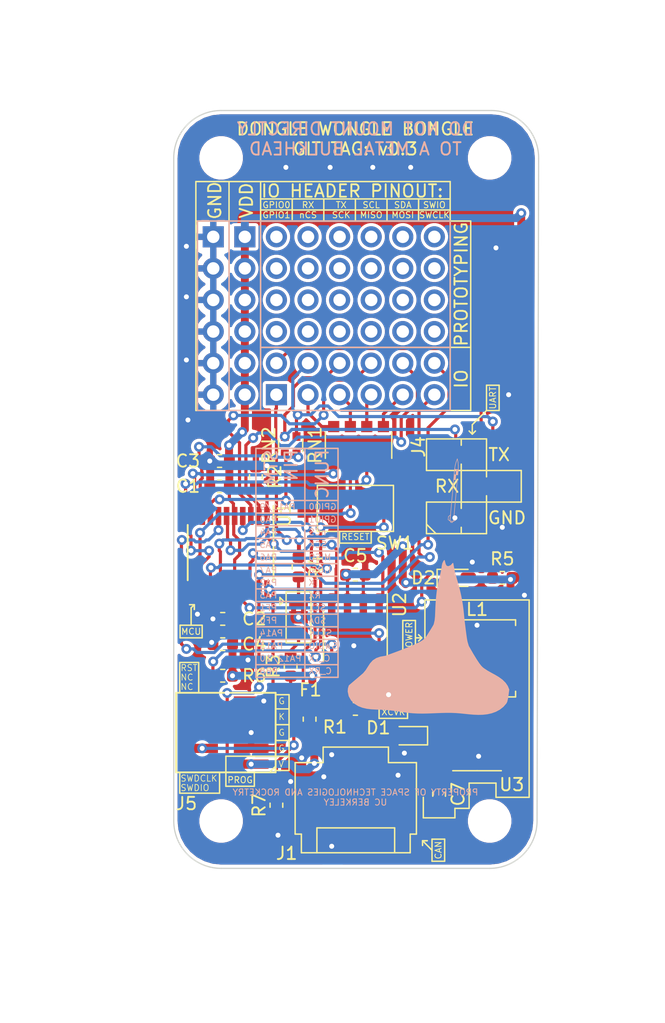
<source format=kicad_pcb>
(kicad_pcb (version 20171130) (host pcbnew 5.1.5)
  (layers (0 F.Cu signal) (31 B.Cu signal) (34 B.Paste user) (35 F.Paste user) (36 B.SilkS user) (37 F.SilkS user) (38 B.Mask user) (39 F.Mask user) (44 Edge.Cuts user))
  (net 0 "")
  (net 1 GND)
  (net 2 VDD)
  (net 3 UPOWER)
  (net 4 "Net-(D1-Pad1)")
  (net 5 "Net-(D2-Pad2)")
  (net 6 CANL)
  (net 7 CANH)
  (net 8 GPIO0)
  (net 9 UART_RX)
  (net 10 UART_TX)
  (net 11 I2C_SCL)
  (net 12 I2C_SDA)
  (net 13 SWDIO)
  (net 14 SWDCLK)
  (net 15 "Net-(J2-Pad5)")
  (net 16 "Net-(J2-Pad3)")
  (net 17 GPIO1)
  (net 18 nRESET)
  (net 19 "Net-(J5-Pad6)")
  (net 20 "Net-(J5-Pad7)")
  (net 21 "Net-(J5-Pad8)")
  (net 22 CAN_RX)
  (net 23 LOOPBACK)
  (net 24 DYNAMIC_SLEW)
  (net 25 "Net-(JP3-Pad1)")
  (net 26 SLEW_CTRL)
  (net 27 SPI_MOSI)
  (net 28 SPI_nCS)
  (net 29 SPI_MISO)
  (net 30 SPI_SCK)
  (net 31 "Net-(RN2-Pad2)")
  (net 32 "Net-(RN2-Pad1)")
  (net 33 CAN_TX)
  (net 34 "Net-(J2-Pad9)")
  (net 35 "Net-(J2-Pad7)")
  (net 36 "Net-(J6-Pad12)")
  (net 37 "Net-(J6-Pad11)")
  (net 38 "Net-(J6-Pad10)")
  (net 39 "Net-(J6-Pad9)")
  (net 40 "Net-(J6-Pad8)")
  (net 41 "Net-(J6-Pad7)")
  (net 42 "Net-(J6-Pad6)")
  (net 43 "Net-(J6-Pad5)")
  (net 44 "Net-(J6-Pad4)")
  (net 45 "Net-(J6-Pad3)")
  (net 46 "Net-(J6-Pad2)")
  (net 47 "Net-(J6-Pad1)")
  (net 48 "Net-(J7-Pad12)")
  (net 49 "Net-(J7-Pad11)")
  (net 50 "Net-(J7-Pad10)")
  (net 51 "Net-(J7-Pad9)")
  (net 52 "Net-(J7-Pad8)")
  (net 53 "Net-(J7-Pad7)")
  (net 54 "Net-(J7-Pad6)")
  (net 55 "Net-(J7-Pad5)")
  (net 56 "Net-(J7-Pad4)")
  (net 57 "Net-(J7-Pad3)")
  (net 58 "Net-(J7-Pad2)")
  (net 59 "Net-(J7-Pad1)")
  (net 60 "Net-(F1-Pad1)")
  (net 61 "Net-(JP3-Pad3)")
  (module hardware-sch-blocks:star (layer B.Cu) (at 161.163 119.888 180)
    (fp_text reference G*** hide)
    (fp_text value LOGO hide)
  )
  (module Resistor_SMD:R_0603_1608Metric (layer F.Cu) (at 143.51 160.02 270)
    (fp_text reference R7 (at 0 1.397 90) (layer F.SilkS))
    (fp_text value 200)
    (pad 2 smd roundrect (at 0.7875 0 270) (size 0.875 0.95) (layers F.Cu F.Paste F.Mask) (net 1 GND))
    (pad 1 smd roundrect (at -0.7875 0 270) (size 0.875 0.95) (layers F.Cu F.Paste F.Mask) (net 14 SWDCLK))
  )
  (module Inductor_SMD:L_Bourns_SRN6045TA (layer F.Cu) (at 159.639 148.209)
    (fp_text reference L1 (at 0 -3.937) (layer F.SilkS))
    (fp_text value 47u)
    (pad 2 smd rect (at 2.075 0) (size 2.35 5.1) (layers F.Cu F.Paste F.Mask) (net 2 VDD))
    (pad 1 smd rect (at -2.075 0) (size 2.35 5.1) (layers F.Cu F.Paste F.Mask) (net 4 "Net-(D1-Pad1)"))
  )
  (module hardware-sch-blocks:airbears (layer B.Cu) (at 159.639 142.113 180)
    (fp_text reference H5 hide)
    (fp_text value "Dummy Hole" hide)
  )
  (module Resistor_SMD:R_0603_1608Metric (layer F.Cu) (at 144.653 148.844 270)
    (fp_text reference R3 (at 0 1.397 90) (layer F.SilkS))
    (fp_text value DNP)
    (pad 2 smd roundrect (at 0.7875 0 270) (size 0.875 0.95) (layers F.Cu F.Paste F.Mask) (net 24 DYNAMIC_SLEW))
    (pad 1 smd roundrect (at -0.7875 0 270) (size 0.875 0.95) (layers F.Cu F.Paste F.Mask) (net 61 "Net-(JP3-Pad3)"))
  )
  (module Fuse:Fuse_0603_1608Metric (layer F.Cu) (at 146.177 153.0985 90)
    (fp_text reference F1 (at 2.3495 0.0635 180) (layer F.SilkS))
    (fp_text value Fuse_Small)
    (pad 2 smd roundrect (at 0.7875 0 90) (size 0.875 0.95) (layers F.Cu F.Paste F.Mask) (net 2 VDD))
    (pad 1 smd roundrect (at -0.7875 0 90) (size 0.875 0.95) (layers F.Cu F.Paste F.Mask) (net 60 "Net-(F1-Pad1)"))
  )
  (module Resistor_SMD:R_Array_Convex_2x0606 (layer F.Cu) (at 144.653 131.064 90)
    (fp_text reference RN2 (at 0 -1.75 90) (layer F.SilkS))
    (fp_text value 330)
    (pad 1 smd rect (at -0.7 -0.47 90) (size 0.7 0.64) (layers F.Cu F.Paste F.Mask) (net 32 "Net-(RN2-Pad1)"))
    (pad 2 smd rect (at -0.7 0.47 90) (size 0.7 0.64) (layers F.Cu F.Paste F.Mask) (net 31 "Net-(RN2-Pad2)"))
    (pad 3 smd rect (at 0.7 0.47 90) (size 0.7 0.64) (layers F.Cu F.Paste F.Mask) (net 9 UART_RX))
    (pad 4 smd rect (at 0.7 -0.47 90) (size 0.7 0.64) (layers F.Cu F.Paste F.Mask) (net 10 UART_TX))
  )
  (module Resistor_SMD:R_Array_Convex_4x1206 (layer F.Cu) (at 150.114 131.064 90)
    (fp_text reference RN1 (at 0 -3.5 90) (layer F.SilkS))
    (fp_text value 0)
    (pad 6 smd rect (at 1.5 0.66 90) (size 0.9 0.9) (layers F.Cu F.Paste F.Mask) (net 35 "Net-(J2-Pad7)"))
    (pad 5 smd rect (at 1.5 2 90) (size 0.9 0.9) (layers F.Cu F.Paste F.Mask) (net 34 "Net-(J2-Pad9)"))
    (pad 8 smd rect (at 1.5 -2 90) (size 0.9 0.9) (layers F.Cu F.Paste F.Mask) (net 16 "Net-(J2-Pad3)"))
    (pad 7 smd rect (at 1.5 -0.66 90) (size 0.9 0.9) (layers F.Cu F.Paste F.Mask) (net 15 "Net-(J2-Pad5)"))
    (pad 3 smd rect (at -1.5 0.66 90) (size 0.9 0.9) (layers F.Cu F.Paste F.Mask) (net 29 SPI_MISO))
    (pad 2 smd rect (at -1.5 -0.66 90) (size 0.9 0.9) (layers F.Cu F.Paste F.Mask) (net 30 SPI_SCK))
    (pad 4 smd rect (at -1.5 2 90) (size 0.9 0.9) (layers F.Cu F.Paste F.Mask) (net 27 SPI_MOSI))
    (pad 1 smd rect (at -1.5 -2 90) (size 0.9 0.9) (layers F.Cu F.Paste F.Mask) (net 28 SPI_nCS))
  )
  (module hardware-sch-blocks:PROTO_2x6 (layer F.Cu) (at 143.51 127 90)
    (fp_text reference J2 hide)
    (fp_text value PROTO_IO)
    (pad 1 thru_hole rect (at 0 0 90) (size 1.7 1.7) (drill 1) (layers *.Cu *.Mask) (net 17 GPIO1))
    (pad 2 thru_hole oval (at 2.54 0 90) (size 1.7 1.7) (drill 1) (layers *.Cu *.Mask) (net 8 GPIO0))
    (pad 3 thru_hole oval (at 0 2.54 90) (size 1.7 1.7) (drill 1) (layers *.Cu *.Mask) (net 16 "Net-(J2-Pad3)"))
    (pad 4 thru_hole oval (at 2.54 2.54 90) (size 1.7 1.7) (drill 1) (layers *.Cu *.Mask) (net 9 UART_RX))
    (pad 5 thru_hole oval (at 0 5.08 90) (size 1.7 1.7) (drill 1) (layers *.Cu *.Mask) (net 15 "Net-(J2-Pad5)"))
    (pad 6 thru_hole oval (at 2.54 5.08 90) (size 1.7 1.7) (drill 1) (layers *.Cu *.Mask) (net 10 UART_TX))
    (pad 7 thru_hole oval (at 0 7.62 90) (size 1.7 1.7) (drill 1) (layers *.Cu *.Mask) (net 35 "Net-(J2-Pad7)"))
    (pad 8 thru_hole oval (at 2.54 7.62 90) (size 1.7 1.7) (drill 1) (layers *.Cu *.Mask) (net 11 I2C_SCL))
    (pad 9 thru_hole oval (at 0 10.16 90) (size 1.7 1.7) (drill 1) (layers *.Cu *.Mask) (net 34 "Net-(J2-Pad9)"))
    (pad 10 thru_hole oval (at 2.54 10.16 90) (size 1.7 1.7) (drill 1) (layers *.Cu *.Mask) (net 12 I2C_SDA))
    (pad 11 thru_hole oval (at 0 12.7 90) (size 1.7 1.7) (drill 1) (layers *.Cu *.Mask) (net 14 SWDCLK))
    (pad 12 thru_hole oval (at 2.54 12.7 90) (size 1.7 1.7) (drill 1) (layers *.Cu *.Mask) (net 13 SWDIO))
  )
  (module hardware-sch-blocks:TSM-103-01-L-SV (layer F.Cu) (at 159.385 134.366 90)
    (fp_text reference J4 (at 3.175 -4.445 90) (layer F.SilkS))
    (fp_text value UART_DEBUG)
    (pad 2 smd rect (at 0 1.46 90) (size 1.27 3.43) (layers F.Cu F.Paste F.Mask) (net 9 UART_RX))
    (pad 3 smd rect (at 2.54 -1.46 90) (size 1.27 3.43) (layers F.Cu F.Paste F.Mask) (net 10 UART_TX))
    (pad 1 smd rect (at -2.54 -1.46 90) (size 1.27 3.43) (layers F.Cu F.Paste F.Mask) (net 1 GND))
  )
  (module hardware-sch-blocks:FTSH-105-01-L-DV-K (layer F.Cu) (at 139.446 154.178 90)
    (fp_text reference J5 (at -5.715 -3.175 180) (layer F.SilkS))
    (fp_text value Conn_ARM_JTAG_SWD_10 hide)
    (pad 10 smd rect (at 2.54 -2.032 90) (size 0.74 2.79) (layers F.Cu F.Paste F.Mask) (net 18 nRESET))
    (pad 9 smd rect (at 2.54 2.032 90) (size 0.74 2.79) (layers F.Cu F.Paste F.Mask) (net 1 GND))
    (pad 8 smd rect (at 1.27 -2.032 90) (size 0.74 2.79) (layers F.Cu F.Paste F.Mask) (net 21 "Net-(J5-Pad8)"))
    (pad 7 smd rect (at 1.27 2.032 90) (size 0.74 2.79) (layers F.Cu F.Paste F.Mask) (net 20 "Net-(J5-Pad7)"))
    (pad 6 smd rect (at 0 -2.032 90) (size 0.74 2.79) (layers F.Cu F.Paste F.Mask) (net 19 "Net-(J5-Pad6)"))
    (pad 5 smd rect (at 0 2.032 90) (size 0.74 2.79) (layers F.Cu F.Paste F.Mask) (net 1 GND))
    (pad 4 smd rect (at -1.27 -2.032 90) (size 0.74 2.79) (layers F.Cu F.Paste F.Mask) (net 14 SWDCLK))
    (pad 3 smd rect (at -1.27 2.032 90) (size 0.74 2.79) (layers F.Cu F.Paste F.Mask) (net 1 GND))
    (pad 2 smd rect (at -2.54 -2.032 90) (size 0.74 2.79) (layers F.Cu F.Paste F.Mask) (net 13 SWDIO))
    (pad 1 smd rect (at -2.54 2.032 90) (size 0.74 2.79) (layers F.Cu F.Paste F.Mask) (net 60 "Net-(F1-Pad1)"))
  )
  (module hardware-sch-blocks:PROTO_2x6 (layer F.Cu) (at 138.43 114.3)
    (fp_text reference J3 hide)
    (fp_text value PROTO_PWR)
    (pad 1 thru_hole rect (at 0 0) (size 1.7 1.7) (drill 1) (layers *.Cu *.Mask) (net 1 GND))
    (pad 2 thru_hole rect (at 2.54 0) (size 1.7 1.7) (drill 1) (layers *.Cu *.Mask) (net 2 VDD))
    (pad 3 thru_hole oval (at 0 2.54) (size 1.7 1.7) (drill 1) (layers *.Cu *.Mask) (net 1 GND))
    (pad 4 thru_hole oval (at 2.54 2.54) (size 1.7 1.7) (drill 1) (layers *.Cu *.Mask) (net 2 VDD))
    (pad 5 thru_hole oval (at 0 5.08) (size 1.7 1.7) (drill 1) (layers *.Cu *.Mask) (net 1 GND))
    (pad 6 thru_hole oval (at 2.54 5.08) (size 1.7 1.7) (drill 1) (layers *.Cu *.Mask) (net 2 VDD))
    (pad 7 thru_hole oval (at 0 7.62) (size 1.7 1.7) (drill 1) (layers *.Cu *.Mask) (net 1 GND))
    (pad 8 thru_hole oval (at 2.54 7.62) (size 1.7 1.7) (drill 1) (layers *.Cu *.Mask) (net 2 VDD))
    (pad 9 thru_hole oval (at 0 10.16) (size 1.7 1.7) (drill 1) (layers *.Cu *.Mask) (net 1 GND))
    (pad 10 thru_hole oval (at 2.54 10.16) (size 1.7 1.7) (drill 1) (layers *.Cu *.Mask) (net 2 VDD))
    (pad 11 thru_hole oval (at 0 12.7) (size 1.7 1.7) (drill 1) (layers *.Cu *.Mask) (net 1 GND))
    (pad 12 thru_hole oval (at 2.54 12.7) (size 1.7 1.7) (drill 1) (layers *.Cu *.Mask) (net 2 VDD))
  )
  (module hardware-sch-blocks:PROTO_2x6 (layer F.Cu) (at 143.51 121.92 90)
    (fp_text reference J6 hide)
    (fp_text value PROTO1)
    (pad 1 thru_hole circle (at 0 0 90) (size 1.7 1.7) (drill 1) (layers *.Cu *.Mask) (net 47 "Net-(J6-Pad1)"))
    (pad 2 thru_hole oval (at 2.54 0 90) (size 1.7 1.7) (drill 1) (layers *.Cu *.Mask) (net 46 "Net-(J6-Pad2)"))
    (pad 3 thru_hole oval (at 0 2.54 90) (size 1.7 1.7) (drill 1) (layers *.Cu *.Mask) (net 45 "Net-(J6-Pad3)"))
    (pad 4 thru_hole oval (at 2.54 2.54 90) (size 1.7 1.7) (drill 1) (layers *.Cu *.Mask) (net 44 "Net-(J6-Pad4)"))
    (pad 5 thru_hole oval (at 0 5.08 90) (size 1.7 1.7) (drill 1) (layers *.Cu *.Mask) (net 43 "Net-(J6-Pad5)"))
    (pad 6 thru_hole oval (at 2.54 5.08 90) (size 1.7 1.7) (drill 1) (layers *.Cu *.Mask) (net 42 "Net-(J6-Pad6)"))
    (pad 7 thru_hole oval (at 0 7.62 90) (size 1.7 1.7) (drill 1) (layers *.Cu *.Mask) (net 41 "Net-(J6-Pad7)"))
    (pad 8 thru_hole oval (at 2.54 7.62 90) (size 1.7 1.7) (drill 1) (layers *.Cu *.Mask) (net 40 "Net-(J6-Pad8)"))
    (pad 9 thru_hole oval (at 0 10.16 90) (size 1.7 1.7) (drill 1) (layers *.Cu *.Mask) (net 39 "Net-(J6-Pad9)"))
    (pad 10 thru_hole oval (at 2.54 10.16 90) (size 1.7 1.7) (drill 1) (layers *.Cu *.Mask) (net 38 "Net-(J6-Pad10)"))
    (pad 11 thru_hole oval (at 0 12.7 90) (size 1.7 1.7) (drill 1) (layers *.Cu *.Mask) (net 37 "Net-(J6-Pad11)"))
    (pad 12 thru_hole oval (at 2.54 12.7 90) (size 1.7 1.7) (drill 1) (layers *.Cu *.Mask) (net 36 "Net-(J6-Pad12)"))
  )
  (module hardware-sch-blocks:PROTO_2x6 (layer F.Cu) (at 143.51 116.84 90)
    (fp_text reference J7 hide)
    (fp_text value PROTO2)
    (pad 1 thru_hole circle (at 0 0 90) (size 1.7 1.7) (drill 1) (layers *.Cu *.Mask) (net 59 "Net-(J7-Pad1)"))
    (pad 2 thru_hole oval (at 2.54 0 90) (size 1.7 1.7) (drill 1) (layers *.Cu *.Mask) (net 58 "Net-(J7-Pad2)"))
    (pad 3 thru_hole oval (at 0 2.54 90) (size 1.7 1.7) (drill 1) (layers *.Cu *.Mask) (net 57 "Net-(J7-Pad3)"))
    (pad 4 thru_hole oval (at 2.54 2.54 90) (size 1.7 1.7) (drill 1) (layers *.Cu *.Mask) (net 56 "Net-(J7-Pad4)"))
    (pad 5 thru_hole oval (at 0 5.08 90) (size 1.7 1.7) (drill 1) (layers *.Cu *.Mask) (net 55 "Net-(J7-Pad5)"))
    (pad 6 thru_hole oval (at 2.54 5.08 90) (size 1.7 1.7) (drill 1) (layers *.Cu *.Mask) (net 54 "Net-(J7-Pad6)"))
    (pad 7 thru_hole oval (at 0 7.62 90) (size 1.7 1.7) (drill 1) (layers *.Cu *.Mask) (net 53 "Net-(J7-Pad7)"))
    (pad 8 thru_hole oval (at 2.54 7.62 90) (size 1.7 1.7) (drill 1) (layers *.Cu *.Mask) (net 52 "Net-(J7-Pad8)"))
    (pad 9 thru_hole oval (at 0 10.16 90) (size 1.7 1.7) (drill 1) (layers *.Cu *.Mask) (net 51 "Net-(J7-Pad9)"))
    (pad 10 thru_hole oval (at 2.54 10.16 90) (size 1.7 1.7) (drill 1) (layers *.Cu *.Mask) (net 50 "Net-(J7-Pad10)"))
    (pad 11 thru_hole oval (at 0 12.7 90) (size 1.7 1.7) (drill 1) (layers *.Cu *.Mask) (net 49 "Net-(J7-Pad11)"))
    (pad 12 thru_hole oval (at 2.54 12.7 90) (size 1.7 1.7) (drill 1) (layers *.Cu *.Mask) (net 48 "Net-(J7-Pad12)"))
  )
  (module MountingHole:MountingHole_3mm (layer F.Cu) (at 139.065 107.95)
    (fp_text reference H4 hide)
    (fp_text value MountingHole)
    (pad 1 np_thru_hole circle (at 0 0) (size 3 3) (drill 3) (layers *.Cu *.Mask))
  )
  (module MountingHole:MountingHole_3mm (layer F.Cu) (at 160.655 107.95)
    (fp_text reference H3 hide)
    (fp_text value MountingHole)
    (pad 1 np_thru_hole circle (at 0 0) (size 3 3) (drill 3) (layers *.Cu *.Mask))
  )
  (module MountingHole:MountingHole_3mm (layer F.Cu) (at 160.655 161.29)
    (fp_text reference H2 hide)
    (fp_text value MountingHole)
    (pad 1 np_thru_hole circle (at 0 0) (size 3 3) (drill 3) (layers *.Cu *.Mask))
  )
  (module MountingHole:MountingHole_3mm (layer F.Cu) (at 139.065 161.29)
    (fp_text reference H1 hide)
    (fp_text value MountingHole)
    (pad 1 np_thru_hole circle (at 0 0) (size 3 3) (drill 3) (layers *.Cu *.Mask))
  )
  (module Package_SO:SOIC-8_3.9x4.9mm_P1.27mm (layer F.Cu) (at 159.639 154.686)
    (fp_text reference U3 (at 2.794 3.683) (layer F.SilkS))
    (fp_text value AP1509-33)
    (pad 8 smd roundrect (at 2.475 -1.905) (size 1.95 0.6) (layers F.Cu F.Paste F.Mask) (net 1 GND))
    (pad 7 smd roundrect (at 2.475 -0.635) (size 1.95 0.6) (layers F.Cu F.Paste F.Mask) (net 1 GND))
    (pad 6 smd roundrect (at 2.475 0.635) (size 1.95 0.6) (layers F.Cu F.Paste F.Mask) (net 1 GND))
    (pad 5 smd roundrect (at 2.475 1.905) (size 1.95 0.6) (layers F.Cu F.Paste F.Mask) (net 1 GND))
    (pad 4 smd roundrect (at -2.475 1.905) (size 1.95 0.6) (layers F.Cu F.Paste F.Mask) (net 1 GND))
    (pad 3 smd roundrect (at -2.475 0.635) (size 1.95 0.6) (layers F.Cu F.Paste F.Mask) (net 2 VDD))
    (pad 2 smd roundrect (at -2.475 -0.635) (size 1.95 0.6) (layers F.Cu F.Paste F.Mask) (net 4 "Net-(D1-Pad1)"))
    (pad 1 smd roundrect (at -2.475 -1.905) (size 1.95 0.6) (layers F.Cu F.Paste F.Mask) (net 3 UPOWER))
  )
  (module Package_SO:SOIC-8_3.9x4.9mm_P1.27mm (layer F.Cu) (at 149.86 146.431 270)
    (fp_text reference U2 (at -2.54 -3.556 270) (layer F.SilkS))
    (fp_text value SN65HVD233)
    (pad 8 smd roundrect (at 2.475 -1.905 270) (size 1.95 0.6) (layers F.Cu F.Paste F.Mask) (net 26 SLEW_CTRL))
    (pad 7 smd roundrect (at 2.475 -0.635 270) (size 1.95 0.6) (layers F.Cu F.Paste F.Mask) (net 7 CANH))
    (pad 6 smd roundrect (at 2.475 0.635 270) (size 1.95 0.6) (layers F.Cu F.Paste F.Mask) (net 6 CANL))
    (pad 5 smd roundrect (at 2.475 1.905 270) (size 1.95 0.6) (layers F.Cu F.Paste F.Mask) (net 23 LOOPBACK))
    (pad 4 smd roundrect (at -2.475 1.905 270) (size 1.95 0.6) (layers F.Cu F.Paste F.Mask) (net 22 CAN_RX))
    (pad 3 smd roundrect (at -2.475 0.635 270) (size 1.95 0.6) (layers F.Cu F.Paste F.Mask) (net 2 VDD))
    (pad 2 smd roundrect (at -2.475 -0.635 270) (size 1.95 0.6) (layers F.Cu F.Paste F.Mask) (net 1 GND))
    (pad 1 smd roundrect (at -2.475 -1.905 270) (size 1.95 0.6) (layers F.Cu F.Paste F.Mask) (net 33 CAN_TX))
  )
  (module Package_SO:TSSOP-20_4.4x6.5mm_P0.65mm (layer F.Cu) (at 139.827 139.7 270)
    (fp_text reference U1 (at -3.048 -4.318 270) (layer F.SilkS))
    (fp_text value STM32F042F6Px)
    (pad 20 smd rect (at 2.95 -2.925 270) (size 1.45 0.45) (layers F.Cu F.Paste F.Mask) (net 14 SWDCLK))
    (pad 19 smd rect (at 2.95 -2.275 270) (size 1.45 0.45) (layers F.Cu F.Paste F.Mask) (net 13 SWDIO))
    (pad 18 smd rect (at 2.95 -1.625 270) (size 1.45 0.45) (layers F.Cu F.Paste F.Mask) (net 33 CAN_TX))
    (pad 17 smd rect (at 2.95 -0.975 270) (size 1.45 0.45) (layers F.Cu F.Paste F.Mask) (net 8 GPIO0))
    (pad 16 smd rect (at 2.95 -0.325 270) (size 1.45 0.45) (layers F.Cu F.Paste F.Mask) (net 2 VDD))
    (pad 15 smd rect (at 2.95 0.325 270) (size 1.45 0.45) (layers F.Cu F.Paste F.Mask) (net 1 GND))
    (pad 14 smd rect (at 2.95 0.975 270) (size 1.45 0.45) (layers F.Cu F.Paste F.Mask) (net 24 DYNAMIC_SLEW))
    (pad 13 smd rect (at 2.95 1.625 270) (size 1.45 0.45) (layers F.Cu F.Paste F.Mask) (net 27 SPI_MOSI))
    (pad 12 smd rect (at 2.95 2.275 270) (size 1.45 0.45) (layers F.Cu F.Paste F.Mask) (net 29 SPI_MISO))
    (pad 11 smd rect (at 2.95 2.925 270) (size 1.45 0.45) (layers F.Cu F.Paste F.Mask) (net 30 SPI_SCK))
    (pad 10 smd rect (at -2.95 2.925 270) (size 1.45 0.45) (layers F.Cu F.Paste F.Mask) (net 28 SPI_nCS))
    (pad 9 smd rect (at -2.95 2.275 270) (size 1.45 0.45) (layers F.Cu F.Paste F.Mask) (net 31 "Net-(RN2-Pad2)"))
    (pad 8 smd rect (at -2.95 1.625 270) (size 1.45 0.45) (layers F.Cu F.Paste F.Mask) (net 32 "Net-(RN2-Pad1)"))
    (pad 7 smd rect (at -2.95 0.975 270) (size 1.45 0.45) (layers F.Cu F.Paste F.Mask) (net 23 LOOPBACK))
    (pad 6 smd rect (at -2.95 0.325 270) (size 1.45 0.45) (layers F.Cu F.Paste F.Mask) (net 17 GPIO1))
    (pad 5 smd rect (at -2.95 -0.325 270) (size 1.45 0.45) (layers F.Cu F.Paste F.Mask) (net 2 VDD))
    (pad 4 smd rect (at -2.95 -0.975 270) (size 1.45 0.45) (layers F.Cu F.Paste F.Mask) (net 18 nRESET))
    (pad 3 smd rect (at -2.95 -1.625 270) (size 1.45 0.45) (layers F.Cu F.Paste F.Mask) (net 11 I2C_SCL))
    (pad 2 smd rect (at -2.95 -2.275 270) (size 1.45 0.45) (layers F.Cu F.Paste F.Mask) (net 12 I2C_SDA))
    (pad 1 smd rect (at -2.95 -2.925 270) (size 1.45 0.45) (layers F.Cu F.Paste F.Mask) (net 22 CAN_RX))
  )
  (module Button_Switch_SMD:SW_SPST_CK_RS282G05A3 (layer F.Cu) (at 149.86 136.144 180)
    (fp_text reference SW1 (at -3.175 -2.794) (layer F.SilkS))
    (fp_text value SW_Push)
    (pad 2 smd rect (at 3.9 0 180) (size 1.5 1.5) (layers F.Cu F.Paste F.Mask) (net 18 nRESET))
    (pad 1 smd rect (at -3.9 0 180) (size 1.5 1.5) (layers F.Cu F.Paste F.Mask) (net 1 GND))
  )
  (module Resistor_SMD:R_0603_1608Metric (layer F.Cu) (at 139.192 149.606 180)
    (fp_text reference R6 (at -2.54 0) (layer F.SilkS))
    (fp_text value 1K)
    (pad 2 smd roundrect (at 0.7875 0 180) (size 0.875 0.95) (layers F.Cu F.Paste F.Mask) (net 18 nRESET))
    (pad 1 smd roundrect (at -0.7875 0 180) (size 0.875 0.95) (layers F.Cu F.Paste F.Mask) (net 2 VDD))
  )
  (module Resistor_SMD:R_0603_1608Metric (layer F.Cu) (at 161.671 141.732)
    (fp_text reference R5 (at 0 -1.524) (layer F.SilkS))
    (fp_text value 1k)
    (pad 2 smd roundrect (at 0.7875 0) (size 0.875 0.95) (layers F.Cu F.Paste F.Mask) (net 2 VDD))
    (pad 1 smd roundrect (at -0.7875 0) (size 0.875 0.95) (layers F.Cu F.Paste F.Mask) (net 5 "Net-(D2-Pad2)"))
  )
  (module Resistor_SMD:R_0603_1608Metric (layer F.Cu) (at 145.288 140.8685 90)
    (fp_text reference R4 (at 0 1.397 90) (layer F.SilkS))
    (fp_text value 10k)
    (pad 2 smd roundrect (at 0.7875 0 90) (size 0.875 0.95) (layers F.Cu F.Paste F.Mask) (net 24 DYNAMIC_SLEW))
    (pad 1 smd roundrect (at -0.7875 0 90) (size 0.875 0.95) (layers F.Cu F.Paste F.Mask) (net 25 "Net-(JP3-Pad1)"))
  )
  (module Resistor_SMD:R_0603_1608Metric (layer F.Cu) (at 141.859 133.604 270)
    (fp_text reference R2 (at 0 -1.524 270) (layer F.SilkS))
    (fp_text value DNP)
    (pad 2 smd roundrect (at 0.7875 0 270) (size 0.875 0.95) (layers F.Cu F.Paste F.Mask) (net 22 CAN_RX))
    (pad 1 smd roundrect (at -0.7875 0 270) (size 0.875 0.95) (layers F.Cu F.Paste F.Mask) (net 1 GND))
  )
  (module Resistor_SMD:R_0603_1608Metric (layer F.Cu) (at 149.86 152.273 180)
    (fp_text reference R1 (at 1.651 -1.4605) (layer F.SilkS))
    (fp_text value DNP)
    (pad 2 smd roundrect (at 0.7875 0 180) (size 0.875 0.95) (layers F.Cu F.Paste F.Mask) (net 6 CANL))
    (pad 1 smd roundrect (at -0.7875 0 180) (size 0.875 0.95) (layers F.Cu F.Paste F.Mask) (net 7 CANH))
  )
  (module Jumper:SolderJumper-3_P1.3mm_Bridged2Bar12_Pad1.0x1.5mm (layer F.Cu) (at 145.288 144.907 270)
    (fp_text reference JP3 hide)
    (fp_text value "SLEW CONTROL")
    (fp_poly (pts (xy -0.9 0.2) (xy -0.4 0.2) (xy -0.4 0.6) (xy -0.9 0.6)) (layer F.Cu) (width 0))
    (fp_poly (pts (xy -0.9 -0.6) (xy -0.4 -0.6) (xy -0.4 -0.2) (xy -0.9 -0.2)) (layer F.Cu) (width 0))
    (pad 2 smd rect (at 0 0 270) (size 1 1.5) (layers F.Cu F.Mask) (net 26 SLEW_CTRL))
    (pad 3 smd rect (at 1.3 0 270) (size 1 1.5) (layers F.Cu F.Mask) (net 61 "Net-(JP3-Pad3)"))
    (pad 1 smd rect (at -1.3 0 270) (size 1 1.5) (layers F.Cu F.Mask) (net 25 "Net-(JP3-Pad1)"))
  )
  (module hardware-sch-blocks:505448-0871 (layer F.Cu) (at 151.765 156.845 180)
    (fp_text reference J1 (at 7.4295 -7.0485 180) (layer F.SilkS))
    (fp_text value MicroLock)
    (pad 10 smd rect (at 5.95 -4.275 180) (size 1 4.85) (layers F.Cu F.Paste F.Mask))
    (pad 9 smd rect (at -2.2 -4.275 180) (size 1 4.85) (layers F.Cu F.Paste F.Mask))
    (pad 8 smd rect (at 3.75 -6.4 180) (size 0.8 2) (layers F.Cu F.Paste F.Mask) (net 1 GND))
    (pad 7 smd rect (at 3.75 1 180) (size 0.8 2) (layers F.Cu F.Paste F.Mask) (net 1 GND))
    (pad 6 smd rect (at 2.5 -6.4 180) (size 0.8 2) (layers F.Cu F.Paste F.Mask) (net 6 CANL))
    (pad 5 smd rect (at 2.5 1 180) (size 0.8 2) (layers F.Cu F.Paste F.Mask) (net 6 CANL))
    (pad 4 smd rect (at 1.25 -6.4 180) (size 0.8 2) (layers F.Cu F.Paste F.Mask) (net 7 CANH))
    (pad 3 smd rect (at 1.25 1 180) (size 0.8 2) (layers F.Cu F.Paste F.Mask) (net 7 CANH))
    (pad 2 smd rect (at 0 -6.4 180) (size 0.8 2) (layers F.Cu F.Paste F.Mask) (net 3 UPOWER))
    (pad 1 smd rect (at 0 1 180) (size 0.8 2) (layers F.Cu F.Paste F.Mask) (net 3 UPOWER))
  )
  (module LED_SMD:LED_0603_1608Metric_Castellated (layer F.Cu) (at 158.115 141.732)
    (fp_text reference D2 (at -2.794 0) (layer F.SilkS))
    (fp_text value LED_Small)
    (pad 2 smd roundrect (at 0.8125 0) (size 1.225 0.85) (layers F.Cu F.Paste F.Mask) (net 5 "Net-(D2-Pad2)"))
    (pad 1 smd roundrect (at -0.8125 0) (size 1.225 0.85) (layers F.Cu F.Paste F.Mask) (net 1 GND))
  )
  (module Diode_SMD:D_0603_1608Metric (layer F.Cu) (at 154.178 154.432 180)
    (fp_text reference D1 (at 2.4765 0.635) (layer F.SilkS))
    (fp_text value PROTEC)
    (pad 2 smd roundrect (at 0.7875 0 180) (size 0.875 0.95) (layers F.Cu F.Paste F.Mask) (net 1 GND))
    (pad 1 smd roundrect (at -0.7875 0 180) (size 0.875 0.95) (layers F.Cu F.Paste F.Mask) (net 4 "Net-(D1-Pad1)"))
  )
  (module Capacitor_SMD:C_0603_1608Metric (layer F.Cu) (at 156.591 159.131 270)
    (fp_text reference C7 (at 0 -1.524 90) (layer F.SilkS))
    (fp_text value 10u)
    (pad 2 smd roundrect (at 0.7875 0 270) (size 0.875 0.95) (layers F.Cu F.Paste F.Mask) (net 1 GND))
    (pad 1 smd roundrect (at -0.7875 0 270) (size 0.875 0.95) (layers F.Cu F.Paste F.Mask) (net 2 VDD))
  )
  (module Capacitor_SMD:C_0603_1608Metric (layer F.Cu) (at 154.94 152.019 90)
    (fp_text reference C6 (at 2.413 0 180) (layer F.SilkS))
    (fp_text value 10u)
    (pad 2 smd roundrect (at 0.7875 0 90) (size 0.875 0.95) (layers F.Cu F.Paste F.Mask) (net 1 GND))
    (pad 1 smd roundrect (at -0.7875 0 90) (size 0.875 0.95) (layers F.Cu F.Paste F.Mask) (net 3 UPOWER))
  )
  (module Capacitor_SMD:C_0603_1608Metric (layer F.Cu) (at 149.86 141.478)
    (fp_text reference C5 (at 0 -1.524) (layer F.SilkS))
    (fp_text value 4.7u)
    (pad 2 smd roundrect (at 0.7875 0) (size 0.875 0.95) (layers F.Cu F.Paste F.Mask) (net 1 GND))
    (pad 1 smd roundrect (at -0.7875 0) (size 0.875 0.95) (layers F.Cu F.Paste F.Mask) (net 2 VDD))
  )
  (module Capacitor_SMD:C_0603_1608Metric (layer F.Cu) (at 139.192 147.066 180)
    (fp_text reference C4 (at -2.54 0) (layer F.SilkS))
    (fp_text value 4.7u)
    (pad 2 smd roundrect (at 0.7875 0 180) (size 0.875 0.95) (layers F.Cu F.Paste F.Mask) (net 1 GND))
    (pad 1 smd roundrect (at -0.7875 0 180) (size 0.875 0.95) (layers F.Cu F.Paste F.Mask) (net 2 VDD))
  )
  (module Capacitor_SMD:C_0603_1608Metric (layer F.Cu) (at 138.938 132.334 180)
    (fp_text reference C3 (at 2.54 0) (layer F.SilkS))
    (fp_text value 1u)
    (pad 2 smd roundrect (at 0.7875 0 180) (size 0.875 0.95) (layers F.Cu F.Paste F.Mask) (net 1 GND))
    (pad 1 smd roundrect (at -0.7875 0 180) (size 0.875 0.95) (layers F.Cu F.Paste F.Mask) (net 2 VDD))
  )
  (module Capacitor_SMD:C_0603_1608Metric (layer F.Cu) (at 139.192 145.034 180)
    (fp_text reference C2 (at -2.54 0) (layer F.SilkS))
    (fp_text value 100n)
    (pad 2 smd roundrect (at 0.7875 0 180) (size 0.875 0.95) (layers F.Cu F.Paste F.Mask) (net 1 GND))
    (pad 1 smd roundrect (at -0.7875 0 180) (size 0.875 0.95) (layers F.Cu F.Paste F.Mask) (net 2 VDD))
  )
  (module Capacitor_SMD:C_0603_1608Metric (layer F.Cu) (at 138.938 134.366 180)
    (fp_text reference C1 (at 2.54 0) (layer F.SilkS))
    (fp_text value 10n)
    (pad 2 smd roundrect (at 0.7875 0 180) (size 0.875 0.95) (layers F.Cu F.Paste F.Mask) (net 1 GND))
    (pad 1 smd roundrect (at -0.7875 0 180) (size 0.875 0.95) (layers F.Cu F.Paste F.Mask) (net 2 VDD))
  )
  (gr_line (start 155.321 161.036) (end 155.321 159.385) (layer F.SilkS) (width 0.12))
  (gr_line (start 157.861 161.036) (end 155.321 161.036) (layer F.SilkS) (width 0.12))
  (gr_line (start 157.861 160.274) (end 157.861 161.036) (layer F.SilkS) (width 0.12))
  (gr_line (start 159.004 160.274) (end 157.861 160.274) (layer F.SilkS) (width 0.12))
  (gr_line (start 159.004 160.147) (end 159.004 160.274) (layer F.SilkS) (width 0.12))
  (gr_line (start 159.004 158.242) (end 159.004 160.147) (layer F.SilkS) (width 0.12))
  (gr_line (start 161.163 158.242) (end 159.004 158.242) (layer F.SilkS) (width 0.12))
  (gr_line (start 161.163 159.385) (end 161.163 158.242) (layer F.SilkS) (width 0.12))
  (gr_line (start 163.83 159.385) (end 161.163 159.385) (layer F.SilkS) (width 0.12))
  (gr_line (start 153.67 148.463) (end 153.67 151.257) (layer F.SilkS) (width 0.12))
  (gr_line (start 153.924 148.463) (end 153.67 148.463) (layer F.SilkS) (width 0.12))
  (gr_line (start 155.448 148.463) (end 153.924 148.463) (layer F.SilkS) (width 0.12))
  (gr_line (start 155.448 143.51) (end 155.448 148.463) (layer F.SilkS) (width 0.12))
  (gr_line (start 163.83 143.51) (end 155.448 143.51) (layer F.SilkS) (width 0.12))
  (gr_line (start 163.83 159.385) (end 163.83 143.51) (layer F.SilkS) (width 0.12))
  (gr_line (start 164.592 107.95) (end 164.465 161.29) (layer Edge.Cuts) (width 0.1016))
  (gr_line (start 139.065 165.1) (end 160.655 165.1) (layer Edge.Cuts) (width 0.1016))
  (gr_line (start 135.255 107.95) (end 135.255 161.29) (layer Edge.Cuts) (width 0.1016))
  (gr_line (start 160.782 104.14) (end 139.065 104.14) (layer Edge.Cuts) (width 0.1016))
  (gr_arc (start 160.782 107.95) (end 164.592 107.95) (angle -90) (layer Edge.Cuts) (width 0.1016))
  (gr_arc (start 160.655 161.29) (end 160.655 165.1) (angle -90) (layer Edge.Cuts) (width 0.1016))
  (gr_arc (start 139.065 161.29) (end 135.255 161.29) (angle -90) (layer Edge.Cuts) (width 0.1016))
  (gr_arc (start 139.065 107.95) (end 139.065 104.14) (angle -90) (layer Edge.Cuts) (width 0.1016))
  (gr_line (start 142.24 123.19) (end 157.48 123.19) (layer B.SilkS) (width 0.12))
  (gr_line (start 157.48 113.03) (end 142.24 113.03) (layer B.SilkS) (width 0.12))
  (gr_line (start 157.48 128.27) (end 157.48 113.03) (layer B.SilkS) (width 0.12))
  (gr_line (start 142.24 128.27) (end 157.48 128.27) (layer B.SilkS) (width 0.12))
  (gr_line (start 139.7 113.03) (end 139.7 128.27) (layer B.SilkS) (width 0.12))
  (gr_line (start 137.16 128.27) (end 137.16 113.03) (layer B.SilkS) (width 0.12))
  (gr_line (start 142.24 128.27) (end 137.16 128.27) (layer B.SilkS) (width 0.12))
  (gr_line (start 142.24 115.57) (end 142.24 128.27) (layer B.SilkS) (width 0.12))
  (gr_line (start 142.24 113.03) (end 142.24 115.57) (layer B.SilkS) (width 0.12))
  (gr_line (start 139.7 113.03) (end 142.24 113.03) (layer B.SilkS) (width 0.12))
  (gr_line (start 137.16 113.03) (end 139.7 113.03) (layer B.SilkS) (width 0.12))
  (gr_line (start 145.796 133.858) (end 145.796 131.318) (layer B.SilkS) (width 0.12))
  (gr_line (start 141.859 131.318) (end 148.463 131.318) (layer B.SilkS) (width 0.12))
  (gr_line (start 141.859 133.858) (end 141.859 131.318) (layer B.SilkS) (width 0.12))
  (gr_line (start 148.463 133.858) (end 148.463 131.318) (layer B.SilkS) (width 0.12))
  (gr_text "STM\nPIN" (at 143.891 131.318 90) (layer B.SilkS) (effects (font (size 1 1)) (justify left mirror)))
  (gr_text FUNC (at 147.193 131.318 90) (layer B.SilkS) (effects (font (size 1 1)) (justify left mirror)))
  (gr_line (start 141.859 135.509) (end 141.859 133.858) (layer B.SilkS) (width 0.12))
  (gr_line (start 148.463 133.858) (end 148.463 135.509) (layer B.SilkS) (width 0.12))
  (gr_line (start 145.796 135.509) (end 145.796 133.858) (layer B.SilkS) (width 0.12))
  (gr_line (start 148.463 148.717) (end 141.859 148.717) (layer B.SilkS) (width 0.12))
  (gr_line (start 148.463 147.701) (end 141.859 147.701) (layer B.SilkS) (width 0.12))
  (gr_line (start 141.859 146.685) (end 148.463 146.685) (layer B.SilkS) (width 0.12))
  (gr_line (start 148.463 145.669) (end 141.859 145.669) (layer B.SilkS) (width 0.12))
  (gr_line (start 141.859 144.653) (end 148.463 144.653) (layer B.SilkS) (width 0.12))
  (gr_line (start 148.463 143.637) (end 141.859 143.637) (layer B.SilkS) (width 0.12))
  (gr_line (start 141.859 142.621) (end 148.463 142.621) (layer B.SilkS) (width 0.12))
  (gr_line (start 148.463 141.605) (end 141.859 141.605) (layer B.SilkS) (width 0.12))
  (gr_line (start 141.859 140.589) (end 148.463 140.589) (layer B.SilkS) (width 0.12))
  (gr_line (start 148.463 139.573) (end 141.859 139.573) (layer B.SilkS) (width 0.12))
  (gr_line (start 141.859 138.557) (end 148.463 138.557) (layer B.SilkS) (width 0.12))
  (gr_line (start 148.463 137.541) (end 141.859 137.541) (layer B.SilkS) (width 0.12))
  (gr_line (start 148.463 136.525) (end 141.859 136.525) (layer B.SilkS) (width 0.12))
  (gr_line (start 141.859 135.509) (end 145.796 135.509) (layer B.SilkS) (width 0.12))
  (gr_line (start 141.859 149.733) (end 141.859 135.509) (layer B.SilkS) (width 0.12))
  (gr_line (start 145.796 149.733) (end 141.859 149.733) (layer B.SilkS) (width 0.12))
  (gr_line (start 148.463 149.733) (end 145.796 149.733) (layer B.SilkS) (width 0.12))
  (gr_line (start 148.463 135.509) (end 148.463 149.733) (layer B.SilkS) (width 0.12))
  (gr_line (start 145.796 135.509) (end 148.463 135.509) (layer B.SilkS) (width 0.12))
  (gr_line (start 145.796 149.733) (end 145.796 135.509) (layer B.SilkS) (width 0.12))
  (gr_text C_RX (at 146.05 149.225) (layer B.SilkS) (effects (font (size 0.5 0.5) (thickness 0.075)) (justify right mirror)))
  (gr_text SWDIO (at 146.05 147.193) (layer B.SilkS) (effects (font (size 0.5 0.5) (thickness 0.075)) (justify right mirror)))
  (gr_text PA12/10 (at 142.113 148.209) (layer B.SilkS) (effects (font (size 0.5 0.5) (thickness 0.075)) (justify right mirror)))
  (gr_text C_TX (at 146.05 148.209) (layer B.SilkS) (effects (font (size 0.5 0.5) (thickness 0.075)) (justify right mirror)))
  (gr_text PA13 (at 142.113 147.193) (layer B.SilkS) (effects (font (size 0.5 0.5) (thickness 0.075)) (justify right mirror)))
  (gr_text PB8 (at 142.113 149.225) (layer B.SilkS) (effects (font (size 0.5 0.5) (thickness 0.075)) (justify right mirror)))
  (gr_text SCLK (at 146.05 146.177) (layer B.SilkS) (effects (font (size 0.5 0.5) (thickness 0.075)) (justify right mirror)))
  (gr_text MOSI (at 146.05 141.097) (layer B.SilkS) (effects (font (size 0.5 0.5) (thickness 0.075)) (justify right mirror)))
  (gr_text PF0 (at 142.113 145.161) (layer B.SilkS) (effects (font (size 0.5 0.5) (thickness 0.075)) (justify right mirror)))
  (gr_text SDA (at 146.05 145.161) (layer B.SilkS) (effects (font (size 0.5 0.5) (thickness 0.075)) (justify right mirror)))
  (gr_text PA7 (at 142.113 141.097) (layer B.SilkS) (effects (font (size 0.5 0.5) (thickness 0.075)) (justify right mirror)))
  (gr_text PA14 (at 142.113 146.177) (layer B.SilkS) (effects (font (size 0.5 0.5) (thickness 0.075)) (justify right mirror)))
  (gr_text PF1 (at 142.113 144.145) (layer B.SilkS) (effects (font (size 0.5 0.5) (thickness 0.075)) (justify right mirror)))
  (gr_text PA2 (at 142.113 142.113) (layer B.SilkS) (effects (font (size 0.5 0.5) (thickness 0.075)) (justify right mirror)))
  (gr_text PA3 (at 142.113 143.129) (layer B.SilkS) (effects (font (size 0.5 0.5) (thickness 0.075)) (justify right mirror)))
  (gr_text PA5 (at 142.113 139.065) (layer B.SilkS) (effects (font (size 0.5 0.5) (thickness 0.075)) (justify right mirror)))
  (gr_text PA6 (at 142.113 140.081) (layer B.SilkS) (effects (font (size 0.5 0.5) (thickness 0.075)) (justify right mirror)))
  (gr_text PA11/9 (at 142.113 136.017) (layer B.SilkS) (effects (font (size 0.5 0.5) (thickness 0.075)) (justify right mirror)))
  (gr_text PA0 (at 142.113 137.033) (layer B.SilkS) (effects (font (size 0.5 0.5) (thickness 0.075)) (justify right mirror)))
  (gr_text PA4 (at 142.113 138.049) (layer B.SilkS) (effects (font (size 0.5 0.5) (thickness 0.075)) (justify right mirror)))
  (gr_text SCL (at 146.05 144.145) (layer B.SilkS) (effects (font (size 0.5 0.5) (thickness 0.075)) (justify right mirror)))
  (gr_text MISO (at 146.05 140.081) (layer B.SilkS) (effects (font (size 0.5 0.5) (thickness 0.075)) (justify right mirror)))
  (gr_text TX (at 146.05 142.113) (layer B.SilkS) (effects (font (size 0.5 0.5) (thickness 0.075)) (justify right mirror)))
  (gr_text SCK (at 146.05 139.065) (layer B.SilkS) (effects (font (size 0.5 0.5) (thickness 0.075)) (justify right mirror)))
  (gr_text RX (at 146.05 143.129) (layer B.SilkS) (effects (font (size 0.5 0.5) (thickness 0.075)) (justify right mirror)))
  (gr_text nCS (at 146.05 138.049) (layer B.SilkS) (effects (font (size 0.5 0.5) (thickness 0.075)) (justify right mirror)))
  (gr_text GPIO1 (at 146.05 137.033) (layer B.SilkS) (effects (font (size 0.5 0.5) (thickness 0.075)) (justify right mirror)))
  (gr_text GPIO0 (at 146.05 136.017) (layer B.SilkS) (effects (font (size 0.5 0.5) (thickness 0.075)) (justify right mirror)))
  (gr_text "PROPERTY OF SPACE TECHNOLOGIES AND ROCKETRY\nUC BERKELEY" (at 149.86 159.385) (layer B.SilkS) (effects (font (size 0.5 0.5) (thickness 0.075)) (justify mirror)))
  (gr_line (start 138.938 159.0548) (end 138.938 157.3784) (layer F.SilkS) (width 0.12))
  (gr_line (start 135.7376 159.0548) (end 138.938 159.0548) (layer F.SilkS) (width 0.12))
  (gr_line (start 135.7376 157.3784) (end 135.7376 159.0548) (layer F.SilkS) (width 0.12))
  (gr_line (start 137.2616 148.5392) (end 137.2616 150.9268) (layer F.SilkS) (width 0.12))
  (gr_line (start 135.7376 148.5392) (end 137.2616 148.5392) (layer F.SilkS) (width 0.12))
  (gr_line (start 135.7376 150.9776) (end 135.7376 148.5392) (layer F.SilkS) (width 0.12))
  (gr_line (start 144.526 152.273) (end 143.51 152.273) (layer F.SilkS) (width 0.12))
  (gr_line (start 144.526 153.543) (end 143.51 153.543) (layer F.SilkS) (width 0.12))
  (gr_line (start 144.526 154.813) (end 143.51 154.813) (layer F.SilkS) (width 0.12))
  (gr_line (start 144.526 156.083) (end 143.51 156.083) (layer F.SilkS) (width 0.12))
  (gr_line (start 144.526 157.226) (end 143.51 157.226) (layer F.SilkS) (width 0.12))
  (gr_line (start 144.526 151.13) (end 144.526 157.226) (layer F.SilkS) (width 0.12))
  (gr_line (start 143.4592 151.13) (end 144.526 151.13) (layer F.SilkS) (width 0.12))
  (gr_line (start 151.13 138.938) (end 151.13 138.049) (layer F.SilkS) (width 0.12))
  (gr_line (start 148.59 138.938) (end 151.13 138.938) (layer F.SilkS) (width 0.12))
  (gr_line (start 148.59 138.049) (end 148.59 138.938) (layer F.SilkS) (width 0.12))
  (gr_text RESET (at 149.86 138.43) (layer F.SilkS) (effects (font (size 0.5 0.5) (thickness 0.075))))
  (gr_line (start 155.194 146.558) (end 154.94 146.304) (layer F.SilkS) (width 0.12))
  (gr_line (start 154.94 146.812) (end 155.194 146.558) (layer F.SilkS) (width 0.12))
  (gr_line (start 154.686 146.558) (end 155.194 146.558) (layer F.SilkS) (width 0.12))
  (gr_line (start 154.686 145.161) (end 154.686 147.955) (layer F.SilkS) (width 0.12))
  (gr_line (start 153.67 145.161) (end 154.686 145.161) (layer F.SilkS) (width 0.12))
  (gr_line (start 153.67 147.955) (end 153.67 145.161) (layer F.SilkS) (width 0.12))
  (gr_line (start 154.686 147.955) (end 153.67 147.955) (layer F.SilkS) (width 0.12))
  (gr_text POWER (at 154.178 146.558 90) (layer F.SilkS) (effects (font (size 0.5 0.5) (thickness 0.075))))
  (gr_line (start 149.86 150.241) (end 149.606 150.495) (layer F.SilkS) (width 0.12))
  (gr_line (start 149.86 150.241) (end 150.114 150.495) (layer F.SilkS) (width 0.12))
  (gr_line (start 149.86 150.622) (end 149.86 150.241) (layer F.SilkS) (width 0.12))
  (gr_line (start 150.114 150.876) (end 149.86 150.622) (layer F.SilkS) (width 0.12))
  (gr_line (start 150.622 150.876) (end 150.114 150.876) (layer F.SilkS) (width 0.12))
  (gr_line (start 151.765 152.019) (end 150.622 150.876) (layer F.SilkS) (width 0.12))
  (gr_line (start 151.765 153.035) (end 151.765 152.019) (layer F.SilkS) (width 0.12))
  (gr_line (start 154.051 153.035) (end 151.765 153.035) (layer F.SilkS) (width 0.12))
  (gr_line (start 154.051 152.019) (end 154.051 153.035) (layer F.SilkS) (width 0.12))
  (gr_line (start 151.765 152.019) (end 154.051 152.019) (layer F.SilkS) (width 0.12))
  (gr_text XCVR (at 152.908 152.527) (layer F.SilkS) (effects (font (size 0.5 0.5) (thickness 0.075))))
  (gr_line (start 155.2575 162.8775) (end 155.2575 163.2585) (layer F.SilkS) (width 0.12))
  (gr_line (start 155.6385 162.8775) (end 155.2575 162.8775) (layer F.SilkS) (width 0.12))
  (gr_line (start 155.2575 162.8775) (end 155.6385 162.8775) (layer F.SilkS) (width 0.12))
  (gr_line (start 156.0195 163.6395) (end 155.2575 162.8775) (layer F.SilkS) (width 0.12))
  (gr_line (start 157.0355 164.5285) (end 157.0355 164.4015) (layer F.SilkS) (width 0.12))
  (gr_line (start 156.0195 164.5285) (end 157.0355 164.5285) (layer F.SilkS) (width 0.12))
  (gr_line (start 156.0195 162.7505) (end 156.0195 164.5285) (layer F.SilkS) (width 0.12))
  (gr_line (start 157.0355 162.7505) (end 156.0195 162.7505) (layer F.SilkS) (width 0.12))
  (gr_line (start 157.0355 162.8775) (end 157.0355 162.7505) (layer F.SilkS) (width 0.12))
  (gr_line (start 157.0355 164.4015) (end 157.0355 162.8775) (layer F.SilkS) (width 0.12))
  (gr_text CAN (at 156.5275 163.6395 90) (layer F.SilkS) (effects (font (size 0.5 0.5) (thickness 0.075))))
  (gr_line (start 136.906 143.891) (end 136.525 143.891) (layer F.SilkS) (width 0.12))
  (gr_line (start 136.906 144.272) (end 136.906 143.891) (layer F.SilkS) (width 0.12))
  (gr_line (start 136.906 143.891) (end 136.906 144.272) (layer F.SilkS) (width 0.12))
  (gr_line (start 136.652 144.145) (end 136.906 143.891) (layer F.SilkS) (width 0.12))
  (gr_line (start 136.652 144.907) (end 136.652 144.145) (layer F.SilkS) (width 0.12))
  (gr_line (start 136.652 145.542) (end 136.652 144.907) (layer F.SilkS) (width 0.12))
  (gr_line (start 137.541 145.542) (end 135.89 145.542) (layer F.SilkS) (width 0.12))
  (gr_line (start 137.541 146.558) (end 137.541 145.542) (layer F.SilkS) (width 0.12))
  (gr_line (start 135.763 146.558) (end 137.541 146.558) (layer F.SilkS) (width 0.12))
  (gr_line (start 135.763 145.542) (end 135.763 146.558) (layer F.SilkS) (width 0.12))
  (gr_line (start 135.89 145.542) (end 135.763 145.542) (layer F.SilkS) (width 0.12))
  (gr_text MCU (at 136.652 146.05) (layer F.SilkS) (effects (font (size 0.5 0.5) (thickness 0.075))))
  (gr_line (start 159.258 130.175) (end 159.004 129.921) (layer F.SilkS) (width 0.12))
  (gr_line (start 159.258 130.175) (end 159.512 129.921) (layer F.SilkS) (width 0.12))
  (gr_line (start 159.258 129.413) (end 159.258 130.175) (layer F.SilkS) (width 0.12))
  (gr_line (start 159.766 128.905) (end 159.258 129.413) (layer F.SilkS) (width 0.12))
  (gr_line (start 160.401 128.27) (end 159.766 128.905) (layer F.SilkS) (width 0.12))
  (gr_line (start 161.417 128.27) (end 160.401 128.27) (layer F.SilkS) (width 0.12))
  (gr_line (start 161.417 126.238) (end 161.417 128.27) (layer F.SilkS) (width 0.12))
  (gr_line (start 160.401 126.238) (end 161.417 126.238) (layer F.SilkS) (width 0.12))
  (gr_line (start 160.401 128.27) (end 160.401 126.238) (layer F.SilkS) (width 0.12))
  (gr_text UART (at 160.909 127.254 90) (layer F.SilkS) (effects (font (size 0.5 0.5) (thickness 0.075))))
  (gr_line (start 139.446 158.496) (end 139.446 158.369) (layer F.SilkS) (width 0.12))
  (gr_line (start 141.732 158.496) (end 139.446 158.496) (layer F.SilkS) (width 0.12))
  (gr_line (start 141.732 158.369) (end 141.732 158.496) (layer F.SilkS) (width 0.12))
  (gr_line (start 141.732 157.48) (end 141.732 158.369) (layer F.SilkS) (width 0.12))
  (gr_line (start 139.446 158.369) (end 139.446 157.48) (layer F.SilkS) (width 0.12))
  (gr_text PROG (at 140.589 157.988) (layer F.SilkS) (effects (font (size 0.5 0.5) (thickness 0.075))))
  (gr_text "DO NOT MOUNT DIRECTLY\nTO A METAL BULKHEAD" (at 149.86 106.426) (layer B.SilkS) (effects (font (size 1 1)) (justify mirror)))
  (gr_text SWDCLK (at 135.763 157.861) (layer F.SilkS) (effects (font (size 0.5 0.5) (thickness 0.0625)) (justify left)))
  (gr_text SWDIO (at 135.763 158.623) (layer F.SilkS) (effects (font (size 0.5 0.5) (thickness 0.0625)) (justify left)))
  (gr_text NC (at 135.763 150.495) (layer F.SilkS) (effects (font (size 0.5 0.5) (thickness 0.0625)) (justify left)))
  (gr_text RST (at 135.763 148.971) (layer F.SilkS) (effects (font (size 0.5 0.5) (thickness 0.0625)) (justify left)))
  (gr_text NC (at 135.763 149.733) (layer F.SilkS) (effects (font (size 0.5 0.5) (thickness 0.0625)) (justify left)))
  (gr_text V (at 143.637 156.718) (layer F.SilkS) (effects (font (size 0.5 0.5) (thickness 0.0625)) (justify left)))
  (gr_text G (at 143.637 155.448) (layer F.SilkS) (effects (font (size 0.5 0.5) (thickness 0.0625)) (justify left)))
  (gr_text G (at 143.637 154.178) (layer F.SilkS) (effects (font (size 0.5 0.5) (thickness 0.0625)) (justify left)))
  (gr_text K (at 143.637 152.908) (layer F.SilkS) (effects (font (size 0.5 0.5) (thickness 0.0625)) (justify left)))
  (gr_text G (at 143.637 151.638) (layer F.SilkS) (effects (font (size 0.5 0.5) (thickness 0.0625)) (justify left)))
  (gr_text TX (at 161.417 131.826) (layer F.SilkS) (effects (font (size 1 1))))
  (gr_text RX (at 157.226 134.366) (layer F.SilkS) (effects (font (size 1 1))))
  (gr_text GND (at 162.052 136.906) (layer F.SilkS) (effects (font (size 1 1))))
  (gr_line (start 139.7 113.03) (end 139.7 128.27) (layer F.SilkS) (width 0.12))
  (gr_text "IO HEADER PINOUT:" (at 149.606 110.617) (layer F.SilkS) (effects (font (size 1 1))))
  (gr_line (start 154.94 113.03) (end 154.94 111.252) (layer F.SilkS) (width 0.12))
  (gr_line (start 152.4 113.03) (end 152.4 111.252) (layer F.SilkS) (width 0.12))
  (gr_line (start 149.86 113.03) (end 149.86 111.252) (layer F.SilkS) (width 0.12))
  (gr_line (start 147.32 113.03) (end 147.32 111.252) (layer F.SilkS) (width 0.12))
  (gr_line (start 144.78 112.903) (end 144.78 111.252) (layer F.SilkS) (width 0.12))
  (gr_line (start 142.24 111.252) (end 157.48 111.252) (layer F.SilkS) (width 0.12))
  (gr_line (start 157.48 112.141) (end 142.24 112.141) (layer F.SilkS) (width 0.12))
  (gr_line (start 157.48 113.03) (end 157.48 109.855) (layer F.SilkS) (width 0.12))
  (gr_line (start 142.24 109.855) (end 157.48 109.855) (layer F.SilkS) (width 0.12))
  (gr_text "SWIO\nSWCLK" (at 156.21 112.141) (layer F.SilkS) (effects (font (size 0.5 0.5) (thickness 0.075))))
  (gr_text "SDA\nMOSI" (at 153.67 112.141) (layer F.SilkS) (effects (font (size 0.5 0.5) (thickness 0.075))))
  (gr_text "SCL\nMISO" (at 151.13 112.141) (layer F.SilkS) (effects (font (size 0.5 0.5) (thickness 0.075))))
  (gr_text "TX\nSCK" (at 148.717 112.141) (layer F.SilkS) (effects (font (size 0.5 0.5) (thickness 0.075))))
  (gr_text "RX\nnCS" (at 146.05 112.141) (layer F.SilkS) (effects (font (size 0.5 0.5) (thickness 0.075))))
  (gr_text "GPIO0\nGPIO1" (at 143.51 112.141) (layer F.SilkS) (effects (font (size 0.5 0.5) (thickness 0.075))))
  (gr_line (start 157.48 128.27) (end 157.48 113.03) (layer F.SilkS) (width 0.12))
  (gr_line (start 139.7 113.03) (end 139.7 109.855) (layer F.SilkS) (width 0.12))
  (gr_line (start 142.24 113.03) (end 137.033 113.03) (layer F.SilkS) (width 0.12))
  (gr_line (start 137.033 128.27) (end 142.24 128.27) (layer F.SilkS) (width 0.12))
  (gr_line (start 137.033 109.855) (end 137.033 128.27) (layer F.SilkS) (width 0.12))
  (gr_line (start 137.287 109.855) (end 137.033 109.855) (layer F.SilkS) (width 0.12))
  (gr_line (start 142.24 109.855) (end 137.287 109.855) (layer F.SilkS) (width 0.12))
  (gr_line (start 142.24 113.03) (end 142.24 109.855) (layer F.SilkS) (width 0.12))
  (gr_line (start 159.131 128.27) (end 159.131 123.19) (layer F.SilkS) (width 0.12))
  (gr_line (start 142.24 128.27) (end 159.131 128.27) (layer F.SilkS) (width 0.12))
  (gr_line (start 142.24 123.19) (end 142.24 128.27) (layer F.SilkS) (width 0.12))
  (gr_line (start 159.131 123.19) (end 142.24 123.19) (layer F.SilkS) (width 0.12))
  (gr_line (start 159.131 123.063) (end 159.131 123.19) (layer F.SilkS) (width 0.12))
  (gr_line (start 159.131 113.03) (end 159.131 123.063) (layer F.SilkS) (width 0.12))
  (gr_line (start 142.24 113.03) (end 159.131 113.03) (layer F.SilkS) (width 0.12))
  (gr_text PROTOTYPING (at 158.369 118.11 90) (layer F.SilkS) (effects (font (size 1 1))))
  (gr_line (start 142.24 113.03) (end 142.24 123.19) (layer F.SilkS) (width 0.12))
  (gr_text "DONGLE WONGLE BONGLE\nGIT TAG: v0.3" (at 149.86 106.426) (layer F.SilkS) (effects (font (size 1 1))))
  (gr_text IO (at 158.369 125.73 90) (layer F.SilkS) (effects (font (size 1 1))))
  (gr_text VDD (at 141.097 111.379 90) (layer F.SilkS) (effects (font (size 1 1))))
  (gr_text GND (at 138.557 111.379 90) (layer F.SilkS) (effects (font (size 1 1))))
  (via (at 157.861 136.906) (size 0.8) (drill 0.4) (layers F.Cu B.Cu) (net 1))
  (via (at 147.955 155.956) (size 0.8) (drill 0.4) (layers F.Cu B.Cu) (net 1))
  (via (at 147.955 163.322) (size 0.8) (drill 0.4) (layers F.Cu B.Cu) (net 1))
  (via (at 142.494 151.638) (size 0.8) (drill 0.4) (layers F.Cu B.Cu) (net 1))
  (via (at 141.478 154.178) (size 0.8) (drill 0.4) (layers F.Cu B.Cu) (net 1))
  (segment (start 150.495 141.6305) (end 150.6475 141.478) (width 0.254) (layer F.Cu) (net 1))
  (segment (start 150.495 143.956) (end 150.495 141.6305) (width 0.254) (layer F.Cu) (net 1))
  (segment (start 138.4045 147.066) (end 138.4045 147.066) (width 0.254) (layer F.Cu) (net 1))
  (segment (start 139.502 143.4615) (end 139.502 142.65) (width 0.254) (layer F.Cu) (net 1))
  (segment (start 138.4045 144.559) (end 139.502 143.4615) (width 0.254) (layer F.Cu) (net 1))
  (segment (start 138.4045 145.034) (end 138.4045 144.559) (width 0.254) (layer F.Cu) (net 1))
  (via (at 145.542 156.21) (size 0.8) (drill 0.4) (layers F.Cu B.Cu) (net 1))
  (segment (start 138.4045 145.034) (end 138.4045 145.034) (width 0.254) (layer F.Cu) (net 1))
  (via (at 138.4045 145.034) (size 0.8) (drill 0.4) (layers F.Cu B.Cu) (net 1))
  (segment (start 138.1505 134.03065) (end 138.1505 134.366) (width 0.635) (layer F.Cu) (net 1))
  (segment (start 138.18551 133.99564) (end 138.1505 134.03065) (width 0.635) (layer F.Cu) (net 1))
  (segment (start 138.1505 132.334) (end 138.1505 132.334) (width 0.635) (layer F.Cu) (net 1))
  (segment (start 138.1505 132.943502) (end 138.18551 132.978512) (width 0.635) (layer F.Cu) (net 1))
  (segment (start 138.18551 132.978512) (end 138.18551 133.99564) (width 0.635) (layer F.Cu) (net 1))
  (segment (start 138.1505 132.334) (end 138.1505 132.943502) (width 0.635) (layer F.Cu) (net 1))
  (via (at 138.1505 132.334) (size 0.8) (drill 0.4) (layers F.Cu B.Cu) (net 1))
  (via (at 142.748 132.715) (size 0.8) (drill 0.4) (layers F.Cu B.Cu) (net 1))
  (segment (start 141.859 132.8165) (end 142.6465 132.8165) (width 0.635) (layer F.Cu) (net 1))
  (segment (start 142.6465 132.8165) (end 142.748 132.715) (width 0.635) (layer F.Cu) (net 1))
  (via (at 143.637 162.433) (size 0.8) (drill 0.4) (layers F.Cu B.Cu) (net 1))
  (via (at 144.653 158.115) (size 0.8) (drill 0.4) (layers F.Cu B.Cu) (net 1))
  (via (at 141.224 148.336) (size 0.8) (drill 0.4) (layers F.Cu B.Cu) (net 1))
  (via (at 162.179 127) (size 0.8) (drill 0.4) (layers F.Cu B.Cu) (net 1))
  (via (at 161.163 115.189) (size 0.8) (drill 0.4) (layers F.Cu B.Cu) (net 1))
  (via (at 136.271 119.126) (size 0.8) (drill 0.4) (layers F.Cu B.Cu) (net 1))
  (via (at 147.828 108.712) (size 0.8) (drill 0.4) (layers F.Cu B.Cu) (net 1))
  (via (at 154.305 108.712) (size 0.8) (drill 0.4) (layers F.Cu B.Cu) (net 1))
  (via (at 136.398 129.032) (size 0.8) (drill 0.4) (layers F.Cu B.Cu) (net 1))
  (segment (start 138.4045 146.818283) (end 138.301305 146.921478) (width 0.254) (layer F.Cu) (net 1))
  (via (at 138.301305 146.921478) (size 0.8) (drill 0.4) (layers F.Cu B.Cu) (net 1))
  (segment (start 138.4045 145.034) (end 138.4045 146.818283) (width 0.254) (layer F.Cu) (net 1))
  (segment (start 157.3025 141.307) (end 157.353 141.2565) (width 0.254) (layer F.Cu) (net 1))
  (segment (start 157.3025 141.732) (end 157.3025 141.307) (width 0.254) (layer F.Cu) (net 1))
  (segment (start 157.353 141.2565) (end 157.353 140.589) (width 0.254) (layer F.Cu) (net 1))
  (segment (start 157.353 140.589) (end 158.496 140.589) (width 0.254) (layer F.Cu) (net 1))
  (via (at 161.671 137.668) (size 0.8) (drill 0.4) (layers F.Cu B.Cu) (net 1))
  (via (at 163.449 143.129) (size 0.8) (drill 0.4) (layers F.Cu B.Cu) (net 1))
  (via (at 159.639 145.542) (size 0.8) (drill 0.4) (layers F.Cu B.Cu) (net 1))
  (via (at 159.766 156.083) (size 0.8) (drill 0.4) (layers F.Cu B.Cu) (net 1))
  (via (at 153.289 157.607) (size 0.8) (drill 0.4) (layers F.Cu B.Cu) (net 1))
  (via (at 153.797 155.829) (size 0.8) (drill 0.4) (layers F.Cu B.Cu) (net 1))
  (via (at 147.32 157.734) (size 0.8) (drill 0.4) (layers F.Cu B.Cu) (net 1))
  (via (at 137.16 144.653) (size 0.8) (drill 0.4) (layers F.Cu B.Cu) (net 1))
  (via (at 136.271 124.206) (size 0.8) (drill 0.4) (layers F.Cu B.Cu) (net 1))
  (via (at 136.271 115.062) (size 0.8) (drill 0.4) (layers F.Cu B.Cu) (net 1))
  (via (at 144.272 108.712) (size 0.8) (drill 0.4) (layers F.Cu B.Cu) (net 1))
  (via (at 151.257 108.712) (size 0.8) (drill 0.4) (layers F.Cu B.Cu) (net 1))
  (via (at 152.527 151.13) (size 0.8) (drill 0.4) (layers F.Cu B.Cu) (net 1))
  (via (at 149.733 147.193) (size 0.8) (drill 0.4) (layers F.Cu B.Cu) (net 1))
  (via (at 159.258 140.462) (size 0.8) (drill 0.4) (layers F.Cu B.Cu) (net 1))
  (segment (start 158.496 140.589) (end 159.131 140.589) (width 0.254) (layer F.Cu) (net 1))
  (segment (start 159.131 140.589) (end 159.258 140.462) (width 0.254) (layer F.Cu) (net 1))
  (segment (start 149.225 141.6305) (end 149.0725 141.478) (width 0.254) (layer F.Cu) (net 2))
  (segment (start 149.225 143.956) (end 149.225 141.6305) (width 0.254) (layer F.Cu) (net 2))
  (segment (start 140.152 144.8615) (end 140.152 142.65) (width 0.254) (layer F.Cu) (net 2))
  (segment (start 139.9795 145.034) (end 140.152 144.8615) (width 0.254) (layer F.Cu) (net 2))
  (segment (start 140.97 114.3) (end 140.97 116.84) (width 0.635) (layer F.Cu) (net 2))
  (segment (start 140.97 116.84) (end 140.97 119.38) (width 0.635) (layer F.Cu) (net 2))
  (segment (start 140.97 119.38) (end 140.97 121.92) (width 0.635) (layer F.Cu) (net 2))
  (segment (start 140.97 121.92) (end 140.97 124.46) (width 0.635) (layer F.Cu) (net 2))
  (segment (start 140.97 124.46) (end 140.97 127) (width 0.635) (layer F.Cu) (net 2))
  (segment (start 140.054001 135.763399) (end 140.054001 136.652001) (width 0.254) (layer F.Cu) (net 2))
  (segment (start 140.054001 136.652001) (end 140.152 136.75) (width 0.254) (layer F.Cu) (net 2))
  (segment (start 139.7255 134.366) (end 139.7255 135.434898) (width 0.254) (layer F.Cu) (net 2))
  (segment (start 139.7255 135.434898) (end 140.054001 135.763399) (width 0.254) (layer F.Cu) (net 2))
  (segment (start 139.9795 147.066) (end 139.9795 149.606) (width 0.635) (layer F.Cu) (net 2))
  (segment (start 157.988 141.859) (end 162.3315 141.859) (width 0.635) (layer B.Cu) (net 2))
  (segment (start 162.3315 141.859) (end 162.4585 141.732) (width 0.635) (layer B.Cu) (net 2))
  (via (at 153.924 142.113) (size 0.8) (drill 0.4) (layers F.Cu B.Cu) (net 2))
  (segment (start 153.894 142.24) (end 153.894 142.143) (width 0.635) (layer F.Cu) (net 2))
  (segment (start 153.894 142.143) (end 153.924 142.113) (width 0.635) (layer F.Cu) (net 2))
  (segment (start 157.734 142.113) (end 157.988 141.859) (width 0.635) (layer B.Cu) (net 2))
  (segment (start 153.924 142.113) (end 157.734 142.113) (width 0.635) (layer B.Cu) (net 2))
  (via (at 153.67 139.192) (size 0.8) (drill 0.4) (layers F.Cu B.Cu) (net 2))
  (segment (start 153.67 142.016) (end 153.894 142.24) (width 0.635) (layer F.Cu) (net 2))
  (segment (start 153.67 139.192) (end 153.67 142.016) (width 0.635) (layer F.Cu) (net 2))
  (via (at 139.7 131.064) (size 0.8) (drill 0.4) (layers F.Cu B.Cu) (net 2))
  (segment (start 139.7 132.3085) (end 139.7255 132.334) (width 0.635) (layer F.Cu) (net 2))
  (segment (start 139.7 131.064) (end 139.7 132.3085) (width 0.635) (layer F.Cu) (net 2))
  (segment (start 139.7255 132.334) (end 139.7255 134.366) (width 0.635) (layer F.Cu) (net 2))
  (via (at 162.3315 141.859) (size 0.8) (drill 0.4) (layers F.Cu B.Cu) (net 2))
  (segment (start 162.4585 141.732) (end 162.3315 141.859) (width 0.635) (layer F.Cu) (net 2))
  (segment (start 139.9795 145.509) (end 140.109502 145.639002) (width 0.635) (layer F.Cu) (net 2))
  (segment (start 139.9795 145.034) (end 139.9795 145.509) (width 0.635) (layer F.Cu) (net 2))
  (segment (start 140.109502 145.639002) (end 140.109502 146.935998) (width 0.635) (layer F.Cu) (net 2))
  (segment (start 140.109502 146.935998) (end 139.9795 147.066) (width 0.635) (layer F.Cu) (net 2))
  (segment (start 140.97 127) (end 140.97 129.794425) (width 0.635) (layer F.Cu) (net 2))
  (segment (start 139.7 131.064) (end 140.75979 130.00421) (width 0.635) (layer B.Cu) (net 2))
  (segment (start 140.75979 130.00421) (end 140.760215 130.00421) (width 0.635) (layer B.Cu) (net 2))
  (segment (start 140.97 129.794425) (end 140.760215 130.00421) (width 0.635) (layer F.Cu) (net 2))
  (via (at 140.760215 130.00421) (size 0.8) (drill 0.4) (layers F.Cu B.Cu) (net 2))
  (segment (start 162.896 141.732) (end 163.195 141.433) (width 0.635) (layer F.Cu) (net 2))
  (segment (start 162.4585 141.732) (end 162.896 141.732) (width 0.635) (layer F.Cu) (net 2))
  (via (at 163.195 112.395) (size 0.8) (drill 0.4) (layers F.Cu B.Cu) (net 2))
  (segment (start 163.195 141.433) (end 163.195 112.395) (width 0.635) (layer F.Cu) (net 2))
  (segment (start 140.990001 112.794999) (end 140.97 112.815) (width 0.635) (layer B.Cu) (net 2))
  (segment (start 140.97 112.815) (end 140.97 114.3) (width 0.635) (layer B.Cu) (net 2))
  (segment (start 162.795001 112.794999) (end 140.990001 112.794999) (width 0.635) (layer B.Cu) (net 2))
  (segment (start 163.195 112.395) (end 162.795001 112.794999) (width 0.635) (layer B.Cu) (net 2))
  (segment (start 159.491521 153.968479) (end 158.139 155.321) (width 0.635) (layer F.Cu) (net 2))
  (segment (start 158.139 155.321) (end 157.164 155.321) (width 0.635) (layer F.Cu) (net 2))
  (segment (start 159.904 148.209) (end 159.491521 148.621479) (width 0.635) (layer F.Cu) (net 2))
  (segment (start 161.714 148.209) (end 159.904 148.209) (width 0.635) (layer F.Cu) (net 2))
  (segment (start 159.491521 148.621479) (end 159.491521 153.968479) (width 0.635) (layer F.Cu) (net 2))
  (via (at 139.9795 149.606) (size 0.8) (drill 0.4) (layers F.Cu B.Cu) (net 2))
  (segment (start 156.591 158.3435) (end 155.74 158.3435) (width 0.635) (layer F.Cu) (net 2))
  (segment (start 155.74 158.3435) (end 155.0035 157.607) (width 0.635) (layer F.Cu) (net 2))
  (segment (start 155.0035 157.607) (end 155.0035 156.5065) (width 0.635) (layer F.Cu) (net 2))
  (segment (start 156.189 155.321) (end 157.164 155.321) (width 0.635) (layer F.Cu) (net 2))
  (segment (start 155.0035 156.5065) (end 156.189 155.321) (width 0.635) (layer F.Cu) (net 2))
  (segment (start 139.9795 149.606) (end 146.39601 149.606) (width 0.635) (layer B.Cu) (net 2))
  (segment (start 146.177 152.311) (end 146.177 151.8735) (width 0.635) (layer F.Cu) (net 2))
  (segment (start 146.39601 151.65449) (end 146.39601 150.171685) (width 0.635) (layer F.Cu) (net 2))
  (segment (start 146.39601 150.171685) (end 146.39601 149.606) (width 0.635) (layer F.Cu) (net 2))
  (via (at 146.39601 149.606) (size 0.8) (drill 0.4) (layers F.Cu B.Cu) (net 2))
  (segment (start 146.177 151.8735) (end 146.39601 151.65449) (width 0.635) (layer F.Cu) (net 2))
  (segment (start 145.7325 149.606) (end 146.39601 149.606) (width 0.635) (layer B.Cu) (net 2))
  (segment (start 149.0725 141.478) (end 149.0725 141.46851) (width 0.635) (layer F.Cu) (net 2))
  (segment (start 149.0725 141.46851) (end 149.098 141.44301) (width 0.635) (layer F.Cu) (net 2))
  (segment (start 153.67 139.192) (end 151.41899 141.44301) (width 0.635) (layer B.Cu) (net 2))
  (segment (start 151.41899 141.44301) (end 149.663685 141.44301) (width 0.635) (layer B.Cu) (net 2))
  (via (at 149.098 141.44301) (size 0.8) (drill 0.4) (layers F.Cu B.Cu) (net 2))
  (segment (start 149.663685 141.44301) (end 149.098 141.44301) (width 0.635) (layer B.Cu) (net 2))
  (segment (start 161.714 148.209) (end 161.714 144.356) (width 0.635) (layer F.Cu) (net 2))
  (segment (start 162.3315 143.7385) (end 162.3315 141.859) (width 0.635) (layer F.Cu) (net 2))
  (segment (start 161.714 144.356) (end 162.3315 143.7385) (width 0.635) (layer F.Cu) (net 2))
  (segment (start 140.077095 138.249589) (end 140.077095 136.824905) (width 0.254) (layer F.Cu) (net 2))
  (segment (start 140.152 142.65) (end 140.152 140.265156) (width 0.254) (layer F.Cu) (net 2))
  (segment (start 140.549444 139.867712) (end 140.549444 138.721938) (width 0.254) (layer F.Cu) (net 2))
  (segment (start 140.077095 136.824905) (end 140.152 136.75) (width 0.254) (layer F.Cu) (net 2))
  (segment (start 140.549444 138.721938) (end 140.077095 138.249589) (width 0.254) (layer F.Cu) (net 2))
  (segment (start 140.152 140.265156) (end 140.549444 139.867712) (width 0.254) (layer F.Cu) (net 2))
  (segment (start 151.765 155.845) (end 151.765 163.245) (width 0.635) (layer F.Cu) (net 3))
  (segment (start 153.1685 152.8065) (end 154.94 152.8065) (width 0.635) (layer F.Cu) (net 3))
  (segment (start 151.765 155.845) (end 151.765 154.21) (width 0.635) (layer F.Cu) (net 3))
  (segment (start 151.765 154.21) (end 153.1685 152.8065) (width 0.635) (layer F.Cu) (net 3))
  (segment (start 157.1385 152.8065) (end 157.164 152.781) (width 0.635) (layer F.Cu) (net 3))
  (segment (start 154.94 152.8065) (end 157.1385 152.8065) (width 0.635) (layer F.Cu) (net 3))
  (segment (start 158.139 154.051) (end 157.164 154.051) (width 0.635) (layer F.Cu) (net 4))
  (segment (start 158.65651 153.53349) (end 158.139 154.051) (width 0.635) (layer F.Cu) (net 4))
  (segment (start 157.564 148.209) (end 158.65651 149.30151) (width 0.635) (layer F.Cu) (net 4))
  (segment (start 158.65651 149.30151) (end 158.65651 153.53349) (width 0.635) (layer F.Cu) (net 4))
  (segment (start 155.3465 154.051) (end 154.9655 154.432) (width 0.635) (layer F.Cu) (net 4))
  (segment (start 157.164 154.051) (end 155.3465 154.051) (width 0.635) (layer F.Cu) (net 4))
  (segment (start 160.8835 141.732) (end 158.9275 141.732) (width 0.254) (layer F.Cu) (net 5))
  (segment (start 149.265 155.845) (end 149.265 163.245) (width 0.635) (layer F.Cu) (net 6))
  (segment (start 149.265 152.4655) (end 149.0725 152.273) (width 0.635) (layer F.Cu) (net 6))
  (segment (start 149.265 155.845) (end 149.265 152.4655) (width 0.635) (layer F.Cu) (net 6))
  (segment (start 149.0725 149.0585) (end 149.225 148.906) (width 0.635) (layer F.Cu) (net 6))
  (segment (start 149.0725 152.273) (end 149.0725 149.0585) (width 0.635) (layer F.Cu) (net 6))
  (segment (start 150.515 163.245) (end 150.515 155.845) (width 0.635) (layer F.Cu) (net 7))
  (segment (start 150.515 152.4055) (end 150.6475 152.273) (width 0.635) (layer F.Cu) (net 7))
  (segment (start 150.515 155.845) (end 150.515 152.4055) (width 0.635) (layer F.Cu) (net 7))
  (segment (start 150.6475 149.0585) (end 150.495 148.906) (width 0.635) (layer F.Cu) (net 7))
  (segment (start 150.6475 152.273) (end 150.6475 149.0585) (width 0.635) (layer F.Cu) (net 7))
  (segment (start 140.802 142.65) (end 140.802 143.596) (width 0.254) (layer F.Cu) (net 8))
  (via (at 141.351 144.145) (size 0.8) (drill 0.4) (layers F.Cu B.Cu) (net 8))
  (segment (start 140.802 143.596) (end 141.351 144.145) (width 0.254) (layer F.Cu) (net 8))
  (via (at 155.194 143.637) (size 0.8) (drill 0.4) (layers F.Cu B.Cu) (net 8))
  (segment (start 141.351 144.145) (end 154.686 144.145) (width 0.254) (layer B.Cu) (net 8))
  (segment (start 154.686 144.145) (end 155.194 143.637) (width 0.254) (layer B.Cu) (net 8))
  (segment (start 160.274 137.385016) (end 160.274 136.316398) (width 0.254) (layer F.Cu) (net 8))
  (segment (start 160.274 136.316398) (end 159.901601 135.943999) (width 0.254) (layer F.Cu) (net 8))
  (segment (start 144.687001 123.282999) (end 144.359999 123.610001) (width 0.254) (layer F.Cu) (net 8))
  (segment (start 155.194 143.637) (end 155.194 142.105932) (width 0.254) (layer F.Cu) (net 8))
  (segment (start 155.194 142.105932) (end 157.164943 140.134989) (width 0.254) (layer F.Cu) (net 8))
  (segment (start 157.164943 140.134989) (end 157.524027 140.134989) (width 0.254) (layer F.Cu) (net 8))
  (segment (start 159.484397 132.788001) (end 159.901601 132.788001) (width 0.254) (layer F.Cu) (net 8))
  (segment (start 159.901601 132.788001) (end 159.967001 132.722601) (width 0.254) (layer F.Cu) (net 8))
  (segment (start 159.967001 132.722601) (end 159.967001 126.475039) (width 0.254) (layer F.Cu) (net 8))
  (segment (start 156.774961 123.282999) (end 144.687001 123.282999) (width 0.254) (layer F.Cu) (net 8))
  (segment (start 159.967001 126.475039) (end 156.774961 123.282999) (width 0.254) (layer F.Cu) (net 8))
  (segment (start 158.802999 133.469399) (end 159.484397 132.788001) (width 0.254) (layer F.Cu) (net 8))
  (segment (start 159.484397 135.943999) (end 158.802999 135.262601) (width 0.254) (layer F.Cu) (net 8))
  (segment (start 157.524027 140.134989) (end 160.274 137.385016) (width 0.254) (layer F.Cu) (net 8))
  (segment (start 158.802999 135.262601) (end 158.802999 133.469399) (width 0.254) (layer F.Cu) (net 8))
  (segment (start 144.359999 123.610001) (end 143.51 124.46) (width 0.254) (layer F.Cu) (net 8))
  (segment (start 159.901601 135.943999) (end 159.484397 135.943999) (width 0.254) (layer F.Cu) (net 8))
  (segment (start 160.845 133.477) (end 160.909 133.413) (width 0.254) (layer F.Cu) (net 9))
  (segment (start 160.845 134.366) (end 160.845 133.477) (width 0.254) (layer F.Cu) (net 9))
  (via (at 160.909 129.159) (size 0.8) (drill 0.4) (layers F.Cu B.Cu) (net 9))
  (segment (start 160.909 133.413) (end 160.909 131.766038) (width 0.254) (layer F.Cu) (net 9))
  (segment (start 160.909 131.766038) (end 160.909 129.159) (width 0.254) (layer F.Cu) (net 9))
  (segment (start 144.825925 128.21298) (end 145.225924 128.612979) (width 0.254) (layer B.Cu) (net 9))
  (segment (start 145.123 128.715903) (end 145.225924 128.612979) (width 0.254) (layer F.Cu) (net 9))
  (segment (start 160.909 129.159) (end 160.509001 128.759001) (width 0.254) (layer B.Cu) (net 9))
  (segment (start 146.05 124.46) (end 144.825925 125.684075) (width 0.254) (layer B.Cu) (net 9))
  (segment (start 148.508751 128.759001) (end 147.655128 127.905378) (width 0.254) (layer B.Cu) (net 9))
  (segment (start 147.655128 127.905378) (end 146.980307 127.905378) (width 0.254) (layer B.Cu) (net 9))
  (segment (start 146.980307 127.905378) (end 146.272706 128.612979) (width 0.254) (layer B.Cu) (net 9))
  (segment (start 145.791609 128.612979) (end 145.225924 128.612979) (width 0.254) (layer B.Cu) (net 9))
  (segment (start 145.123 130.364) (end 145.123 128.715903) (width 0.254) (layer F.Cu) (net 9))
  (segment (start 160.509001 128.759001) (end 148.508751 128.759001) (width 0.254) (layer B.Cu) (net 9))
  (segment (start 144.825925 125.684075) (end 144.825925 128.21298) (width 0.254) (layer B.Cu) (net 9))
  (segment (start 146.272706 128.612979) (end 145.791609 128.612979) (width 0.254) (layer B.Cu) (net 9))
  (via (at 145.225924 128.612979) (size 0.8) (drill 0.4) (layers F.Cu B.Cu) (net 9))
  (via (at 157.861 129.794) (size 0.8) (drill 0.4) (layers F.Cu B.Cu) (net 10))
  (segment (start 157.925 131.826) (end 157.925 129.858) (width 0.254) (layer F.Cu) (net 10))
  (segment (start 157.925 129.858) (end 157.861 129.794) (width 0.254) (layer F.Cu) (net 10))
  (segment (start 147.740001 125.309999) (end 148.59 124.46) (width 0.254) (layer F.Cu) (net 10))
  (segment (start 147.412999 125.637001) (end 147.740001 125.309999) (width 0.254) (layer F.Cu) (net 10))
  (segment (start 144.872999 126.435039) (end 145.671037 125.637001) (width 0.254) (layer F.Cu) (net 10))
  (segment (start 145.671037 125.637001) (end 147.412999 125.637001) (width 0.254) (layer F.Cu) (net 10))
  (segment (start 144.872999 127.925603) (end 144.872999 126.435039) (width 0.254) (layer F.Cu) (net 10))
  (segment (start 144.183 128.615602) (end 144.872999 127.925603) (width 0.254) (layer F.Cu) (net 10))
  (segment (start 144.183 130.364) (end 144.183 128.615602) (width 0.254) (layer F.Cu) (net 10))
  (segment (start 144.753 129.794) (end 144.183 130.364) (width 0.254) (layer B.Cu) (net 10))
  (segment (start 157.861 129.794) (end 144.753 129.794) (width 0.254) (layer B.Cu) (net 10))
  (via (at 144.183 130.364) (size 0.8) (drill 0.4) (layers F.Cu B.Cu) (net 10))
  (via (at 140.05193 128.665826) (size 0.8) (drill 0.4) (layers F.Cu B.Cu) (net 11))
  (segment (start 141.452 135.873392) (end 140.544221 134.965613) (width 0.254) (layer F.Cu) (net 11))
  (segment (start 140.544221 130.864178) (end 139.651931 129.971888) (width 0.254) (layer F.Cu) (net 11))
  (segment (start 139.651931 129.971888) (end 139.651931 129.065825) (width 0.254) (layer F.Cu) (net 11))
  (segment (start 140.544221 134.965613) (end 140.544221 130.864178) (width 0.254) (layer F.Cu) (net 11))
  (segment (start 139.651931 129.065825) (end 140.05193 128.665826) (width 0.254) (layer F.Cu) (net 11))
  (segment (start 141.452 136.75) (end 141.452 135.873392) (width 0.254) (layer F.Cu) (net 11))
  (via (at 147.306166 128.63238) (size 0.8) (drill 0.4) (layers F.Cu B.Cu) (net 11))
  (segment (start 150.280001 125.309999) (end 151.13 124.46) (width 0.254) (layer F.Cu) (net 11))
  (segment (start 149.767001 125.822999) (end 150.280001 125.309999) (width 0.254) (layer F.Cu) (net 11))
  (segment (start 148.025039 125.822999) (end 149.767001 125.822999) (width 0.254) (layer F.Cu) (net 11))
  (segment (start 147.306166 126.541872) (end 148.025039 125.822999) (width 0.254) (layer F.Cu) (net 11))
  (segment (start 147.306166 128.63238) (end 147.306166 126.541872) (width 0.254) (layer F.Cu) (net 11))
  (segment (start 146.906167 129.032379) (end 147.306166 128.63238) (width 0.254) (layer B.Cu) (net 11))
  (segment (start 146.598557 129.339989) (end 146.906167 129.032379) (width 0.254) (layer B.Cu) (net 11))
  (segment (start 143.89078 128.665826) (end 144.564943 129.339989) (width 0.254) (layer B.Cu) (net 11))
  (segment (start 144.564943 129.339989) (end 146.598557 129.339989) (width 0.254) (layer B.Cu) (net 11))
  (segment (start 140.05193 128.665826) (end 143.89078 128.665826) (width 0.254) (layer B.Cu) (net 11))
  (via (at 153.543 130.81) (size 0.8) (drill 0.4) (layers F.Cu B.Cu) (net 12))
  (segment (start 154.519999 125.309999) (end 153.67 124.46) (width 0.254) (layer F.Cu) (net 12))
  (segment (start 154.847001 125.637001) (end 154.519999 125.309999) (width 0.254) (layer F.Cu) (net 12))
  (segment (start 154.847001 127.564961) (end 154.847001 125.637001) (width 0.254) (layer F.Cu) (net 12))
  (segment (start 153.543 128.868962) (end 154.847001 127.564961) (width 0.254) (layer F.Cu) (net 12))
  (segment (start 153.543 130.81) (end 153.543 128.868962) (width 0.254) (layer F.Cu) (net 12))
  (via (at 141.63999 130.479625) (size 0.8) (drill 0.4) (layers F.Cu B.Cu) (net 12))
  (segment (start 141.239991 130.879624) (end 141.63999 130.479625) (width 0.254) (layer F.Cu) (net 12))
  (segment (start 141.05699 131.062625) (end 141.239991 130.879624) (width 0.254) (layer F.Cu) (net 12))
  (segment (start 141.05699 134.836314) (end 141.05699 131.062625) (width 0.254) (layer F.Cu) (net 12))
  (segment (start 142.102 135.881324) (end 141.05699 134.836314) (width 0.254) (layer F.Cu) (net 12))
  (segment (start 142.102 136.75) (end 142.102 135.881324) (width 0.254) (layer F.Cu) (net 12))
  (segment (start 153.543 130.81) (end 153.143001 130.410001) (width 0.254) (layer B.Cu) (net 12))
  (segment (start 142.039989 130.079626) (end 141.63999 130.479625) (width 0.254) (layer B.Cu) (net 12))
  (segment (start 153.143001 130.410001) (end 145.212963 130.410001) (width 0.254) (layer B.Cu) (net 12))
  (segment (start 142.822662 130.079626) (end 142.039989 130.079626) (width 0.254) (layer B.Cu) (net 12))
  (segment (start 144.531962 131.091002) (end 143.834038 131.091002) (width 0.254) (layer B.Cu) (net 12))
  (segment (start 143.834038 131.091002) (end 142.822662 130.079626) (width 0.254) (layer B.Cu) (net 12))
  (segment (start 145.212963 130.410001) (end 144.531962 131.091002) (width 0.254) (layer B.Cu) (net 12))
  (via (at 139.550583 150.991352) (size 0.8) (drill 0.4) (layers F.Cu B.Cu) (net 13))
  (segment (start 139.550583 156.230417) (end 139.550583 150.991352) (width 0.254) (layer F.Cu) (net 13))
  (segment (start 137.414 156.718) (end 139.063 156.718) (width 0.254) (layer F.Cu) (net 13))
  (segment (start 139.063 156.718) (end 139.550583 156.230417) (width 0.254) (layer F.Cu) (net 13))
  (segment (start 157.387001 125.637001) (end 157.387001 127.981999) (width 0.254) (layer F.Cu) (net 13))
  (segment (start 156.21 124.46) (end 157.387001 125.637001) (width 0.254) (layer F.Cu) (net 13))
  (via (at 155.702 139.065) (size 0.8) (drill 0.4) (layers F.Cu B.Cu) (net 13))
  (segment (start 155.702 129.667) (end 155.702 139.065) (width 0.254) (layer F.Cu) (net 13))
  (segment (start 157.387001 127.981999) (end 155.702 129.667) (width 0.254) (layer F.Cu) (net 13))
  (via (at 142.126392 141.478329) (size 0.8) (drill 0.4) (layers F.Cu B.Cu) (net 13))
  (segment (start 142.126392 142.625608) (end 142.102 142.65) (width 0.254) (layer F.Cu) (net 13))
  (segment (start 142.126392 141.478329) (end 142.126392 142.625608) (width 0.254) (layer F.Cu) (net 13))
  (segment (start 142.102 142.65) (end 142.102 150.51251) (width 0.254) (layer F.Cu) (net 13))
  (segment (start 139.550583 150.991352) (end 141.645158 150.991352) (width 0.254) (layer B.Cu) (net 13))
  (segment (start 142.102 150.51251) (end 142.113 150.52351) (width 0.254) (layer F.Cu) (net 13))
  (segment (start 141.645158 150.991352) (end 142.113 150.52351) (width 0.254) (layer B.Cu) (net 13))
  (via (at 142.113 150.52351) (size 0.8) (drill 0.4) (layers F.Cu B.Cu) (net 13))
  (segment (start 155.702 139.065) (end 155.136315 139.065) (width 0.254) (layer B.Cu) (net 13))
  (segment (start 155.136315 139.065) (end 152.031303 142.170012) (width 0.254) (layer B.Cu) (net 13))
  (segment (start 152.031303 142.170012) (end 147.444048 142.170012) (width 0.254) (layer B.Cu) (net 13))
  (segment (start 147.444048 142.170012) (end 146.752365 141.478329) (width 0.254) (layer B.Cu) (net 13))
  (segment (start 142.692077 141.478329) (end 142.126392 141.478329) (width 0.254) (layer B.Cu) (net 13))
  (segment (start 146.752365 141.478329) (end 142.692077 141.478329) (width 0.254) (layer B.Cu) (net 13))
  (via (at 137.541 155.448) (size 0.8) (drill 0.4) (layers F.Cu B.Cu) (net 14))
  (segment (start 137.414 155.448) (end 137.541 155.448) (width 0.254) (layer F.Cu) (net 14))
  (via (at 142.927002 142.65) (size 0.8) (drill 0.4) (layers F.Cu B.Cu) (net 14))
  (segment (start 154.974998 128.235002) (end 154.974998 139.752221) (width 0.254) (layer F.Cu) (net 14))
  (via (at 155.843423 140.054961) (size 0.8) (drill 0.4) (layers F.Cu B.Cu) (net 14))
  (segment (start 154.974998 139.752221) (end 155.277738 140.054961) (width 0.254) (layer F.Cu) (net 14))
  (segment (start 156.21 127) (end 154.974998 128.235002) (width 0.254) (layer F.Cu) (net 14))
  (segment (start 155.277738 140.054961) (end 155.843423 140.054961) (width 0.254) (layer F.Cu) (net 14))
  (segment (start 142.927002 142.65) (end 152.311038 142.65) (width 0.254) (layer B.Cu) (net 14))
  (segment (start 154.906077 140.054961) (end 155.277738 140.054961) (width 0.254) (layer B.Cu) (net 14))
  (segment (start 155.277738 140.054961) (end 155.843423 140.054961) (width 0.254) (layer B.Cu) (net 14))
  (segment (start 152.311038 142.65) (end 154.906077 140.054961) (width 0.254) (layer B.Cu) (net 14))
  (via (at 144.907 155.194) (size 0.8) (drill 0.4) (layers F.Cu B.Cu) (net 14))
  (segment (start 144.653 155.448) (end 144.907 155.194) (width 0.254) (layer B.Cu) (net 14))
  (segment (start 143.129 155.448) (end 144.653 155.448) (width 0.254) (layer B.Cu) (net 14))
  (segment (start 137.541 155.448) (end 143.129 155.448) (width 0.254) (layer B.Cu) (net 14))
  (segment (start 143.129 155.448) (end 143.51 155.448) (width 0.254) (layer B.Cu) (net 14))
  (segment (start 143.51 156.591) (end 144.907 155.194) (width 0.254) (layer F.Cu) (net 14))
  (segment (start 143.51 159.2325) (end 143.51 156.591) (width 0.254) (layer F.Cu) (net 14))
  (segment (start 144.907 152.713398) (end 143.237001 151.043399) (width 0.254) (layer F.Cu) (net 14))
  (segment (start 143.237001 151.043399) (end 143.237001 142.656001) (width 0.254) (layer F.Cu) (net 14))
  (segment (start 143.237001 142.656001) (end 143.231 142.65) (width 0.254) (layer F.Cu) (net 14))
  (segment (start 144.907 155.194) (end 144.907 152.713398) (width 0.254) (layer F.Cu) (net 14))
  (segment (start 143.231 142.65) (end 142.752 142.65) (width 0.254) (layer F.Cu) (net 14))
  (segment (start 149.454 127.864) (end 148.59 127) (width 0.254) (layer F.Cu) (net 15))
  (segment (start 149.454 129.564) (end 149.454 127.864) (width 0.254) (layer F.Cu) (net 15))
  (segment (start 147.161824 129.564) (end 146.05 128.452176) (width 0.254) (layer F.Cu) (net 16))
  (segment (start 146.05 128.452176) (end 146.05 128.202081) (width 0.254) (layer F.Cu) (net 16))
  (segment (start 148.114 129.564) (end 147.161824 129.564) (width 0.254) (layer F.Cu) (net 16))
  (segment (start 146.05 128.202081) (end 146.05 127) (width 0.254) (layer F.Cu) (net 16))
  (segment (start 143.455999 128.158001) (end 143.455999 130.712961) (width 0.254) (layer F.Cu) (net 17))
  (segment (start 143.51 128.104) (end 143.455999 128.158001) (width 0.254) (layer F.Cu) (net 17))
  (segment (start 143.51 130.766962) (end 143.51 137.855896) (width 0.254) (layer F.Cu) (net 17))
  (segment (start 143.455999 130.712961) (end 143.51 130.766962) (width 0.254) (layer F.Cu) (net 17))
  (segment (start 143.51 137.855896) (end 143.94583 138.291726) (width 0.254) (layer F.Cu) (net 17))
  (segment (start 143.94583 138.291726) (end 144.345829 138.691725) (width 0.254) (layer F.Cu) (net 17))
  (via (at 144.345829 138.691725) (size 0.8) (drill 0.4) (layers F.Cu B.Cu) (net 17))
  (segment (start 143.51 127) (end 143.51 128.104) (width 0.254) (layer F.Cu) (net 17))
  (segment (start 142.949201 138.280986) (end 142.206878 139.023309) (width 0.254) (layer B.Cu) (net 17))
  (via (at 139.822443 139.518751) (size 0.8) (drill 0.4) (layers F.Cu B.Cu) (net 17))
  (segment (start 141.277502 139.023309) (end 140.78206 139.518751) (width 0.254) (layer B.Cu) (net 17))
  (segment (start 139.822443 138.953066) (end 139.822443 139.518751) (width 0.254) (layer F.Cu) (net 17))
  (segment (start 139.822443 138.805327) (end 139.822443 138.953066) (width 0.254) (layer F.Cu) (net 17))
  (segment (start 139.502 136.75) (end 139.579001 136.827001) (width 0.254) (layer F.Cu) (net 17))
  (segment (start 140.388128 139.518751) (end 139.822443 139.518751) (width 0.254) (layer B.Cu) (net 17))
  (segment (start 142.206878 139.023309) (end 141.277502 139.023309) (width 0.254) (layer B.Cu) (net 17))
  (segment (start 144.345829 138.691725) (end 143.93509 138.280986) (width 0.254) (layer B.Cu) (net 17))
  (segment (start 139.579001 136.827001) (end 139.579001 138.561885) (width 0.254) (layer F.Cu) (net 17))
  (segment (start 139.579001 138.561885) (end 139.822443 138.805327) (width 0.254) (layer F.Cu) (net 17))
  (segment (start 143.93509 138.280986) (end 142.949201 138.280986) (width 0.254) (layer B.Cu) (net 17))
  (segment (start 140.78206 139.518751) (end 140.388128 139.518751) (width 0.254) (layer B.Cu) (net 17))
  (segment (start 138.4045 150.6475) (end 137.414 151.638) (width 0.254) (layer F.Cu) (net 18))
  (segment (start 138.4045 149.606) (end 138.4045 150.6475) (width 0.254) (layer F.Cu) (net 18))
  (via (at 145.923 137.668) (size 0.8) (drill 0.4) (layers F.Cu B.Cu) (net 18))
  (segment (start 145.96 137.631) (end 145.923 137.668) (width 0.254) (layer F.Cu) (net 18))
  (segment (start 145.96 136.144) (end 145.96 137.631) (width 0.254) (layer F.Cu) (net 18))
  (segment (start 140.802 137.898532) (end 140.804096 137.900628) (width 0.254) (layer F.Cu) (net 18))
  (segment (start 140.802 136.75) (end 140.802 137.898532) (width 0.254) (layer F.Cu) (net 18))
  (via (at 140.804096 137.900628) (size 0.8) (drill 0.4) (layers F.Cu B.Cu) (net 18))
  (segment (start 145.523001 137.268001) (end 141.436723 137.268001) (width 0.254) (layer B.Cu) (net 18))
  (segment (start 145.923 137.668) (end 145.523001 137.268001) (width 0.254) (layer B.Cu) (net 18))
  (segment (start 141.436723 137.268001) (end 141.204095 137.500629) (width 0.254) (layer B.Cu) (net 18))
  (segment (start 141.204095 137.500629) (end 140.804096 137.900628) (width 0.254) (layer B.Cu) (net 18))
  (segment (start 138.4045 149.606) (end 138.4045 148.4885) (width 0.254) (layer F.Cu) (net 18))
  (via (at 138.43 148.463) (size 0.8) (drill 0.4) (layers F.Cu B.Cu) (net 18))
  (segment (start 138.4045 148.4885) (end 138.43 148.463) (width 0.254) (layer F.Cu) (net 18))
  (via (at 146.685 148.082) (size 0.8) (drill 0.4) (layers F.Cu B.Cu) (net 18))
  (segment (start 138.43 148.463) (end 139.284001 147.608999) (width 0.254) (layer B.Cu) (net 18))
  (segment (start 146.211999 147.608999) (end 146.685 148.082) (width 0.254) (layer B.Cu) (net 18))
  (segment (start 139.284001 147.608999) (end 146.211999 147.608999) (width 0.254) (layer B.Cu) (net 18))
  (segment (start 146.685 148.082) (end 146.685 147.516315) (width 0.254) (layer F.Cu) (net 18))
  (segment (start 146.685 147.516315) (end 147.066 147.135315) (width 0.254) (layer F.Cu) (net 18))
  (segment (start 146.322999 140.757042) (end 146.322999 138.067999) (width 0.254) (layer F.Cu) (net 18))
  (segment (start 147.066 147.135315) (end 147.066 141.500043) (width 0.254) (layer F.Cu) (net 18))
  (segment (start 147.066 141.500043) (end 146.322999 140.757042) (width 0.254) (layer F.Cu) (net 18))
  (segment (start 146.322999 138.067999) (end 145.923 137.668) (width 0.254) (layer F.Cu) (net 18))
  (segment (start 142.334 134.3915) (end 142.752 134.8095) (width 0.254) (layer F.Cu) (net 22))
  (segment (start 142.752 135.771) (end 142.752 136.75) (width 0.254) (layer F.Cu) (net 22))
  (segment (start 142.752 134.8095) (end 142.752 135.771) (width 0.254) (layer F.Cu) (net 22))
  (segment (start 141.859 134.3915) (end 142.334 134.3915) (width 0.254) (layer F.Cu) (net 22))
  (via (at 147.955 139.065) (size 0.8) (drill 0.4) (layers F.Cu B.Cu) (net 22))
  (segment (start 143.887124 139.596949) (end 143.698162 139.407987) (width 0.254) (layer B.Cu) (net 22))
  (segment (start 148.354999 139.464999) (end 147.955 139.065) (width 0.254) (layer F.Cu) (net 22))
  (segment (start 142.752 138.461825) (end 142.898164 138.607989) (width 0.254) (layer F.Cu) (net 22))
  (segment (start 148.30799 143.60301) (end 148.30799 140.995686) (width 0.254) (layer F.Cu) (net 22))
  (segment (start 142.752 136.75) (end 142.752 138.461825) (width 0.254) (layer F.Cu) (net 22))
  (via (at 143.298163 139.007988) (size 0.8) (drill 0.4) (layers F.Cu B.Cu) (net 22))
  (segment (start 142.898164 138.607989) (end 143.298163 139.007988) (width 0.254) (layer F.Cu) (net 22))
  (segment (start 148.30799 140.995686) (end 148.354999 140.948677) (width 0.254) (layer F.Cu) (net 22))
  (segment (start 147.955 139.065) (end 146.230027 139.065) (width 0.254) (layer B.Cu) (net 22))
  (segment (start 146.230027 139.065) (end 145.698078 139.596949) (width 0.254) (layer B.Cu) (net 22))
  (segment (start 148.354999 140.948677) (end 148.354999 139.464999) (width 0.254) (layer F.Cu) (net 22))
  (segment (start 147.955 143.956) (end 148.30799 143.60301) (width 0.254) (layer F.Cu) (net 22))
  (segment (start 143.698162 139.407987) (end 143.298163 139.007988) (width 0.254) (layer B.Cu) (net 22))
  (segment (start 145.698078 139.596949) (end 143.887124 139.596949) (width 0.254) (layer B.Cu) (net 22))
  (via (at 147.955 147.066) (size 0.8) (drill 0.4) (layers F.Cu B.Cu) (net 23))
  (segment (start 147.955 148.906) (end 147.955 147.066) (width 0.254) (layer F.Cu) (net 23))
  (via (at 136.271 147.447) (size 0.8) (drill 0.4) (layers F.Cu B.Cu) (net 23))
  (via (at 135.9058 138.684) (size 0.8) (drill 0.4) (layers F.Cu B.Cu) (net 23))
  (segment (start 135.871001 147.047001) (end 135.871001 138.718799) (width 0.254) (layer F.Cu) (net 23))
  (segment (start 136.271 147.447) (end 135.871001 147.047001) (width 0.254) (layer F.Cu) (net 23))
  (segment (start 135.871001 138.718799) (end 135.9058 138.684) (width 0.254) (layer F.Cu) (net 23))
  (segment (start 137.867111 138.684) (end 137.922 138.684) (width 0.254) (layer B.Cu) (net 23))
  (segment (start 137.716036 138.835075) (end 137.867111 138.684) (width 0.254) (layer B.Cu) (net 23))
  (segment (start 137.018114 138.835075) (end 137.716036 138.835075) (width 0.254) (layer B.Cu) (net 23))
  (segment (start 135.9058 138.684) (end 136.867039 138.684) (width 0.254) (layer B.Cu) (net 23))
  (segment (start 136.867039 138.684) (end 137.018114 138.835075) (width 0.254) (layer B.Cu) (net 23))
  (segment (start 138.066529 138.684) (end 138.852 137.898529) (width 0.254) (layer B.Cu) (net 23))
  (segment (start 137.922 138.684) (end 138.066529 138.684) (width 0.254) (layer B.Cu) (net 23))
  (via (at 138.852 137.898529) (size 0.8) (drill 0.4) (layers F.Cu B.Cu) (net 23))
  (segment (start 138.852 137.898529) (end 138.852 136.75) (width 0.254) (layer F.Cu) (net 23))
  (segment (start 138.514933 147.735999) (end 137.125684 147.735999) (width 0.254) (layer B.Cu) (net 23))
  (segment (start 139.184932 147.066) (end 138.514933 147.735999) (width 0.254) (layer B.Cu) (net 23))
  (segment (start 147.955 147.066) (end 139.184932 147.066) (width 0.254) (layer B.Cu) (net 23))
  (segment (start 137.125684 147.735999) (end 136.836685 147.447) (width 0.254) (layer B.Cu) (net 23))
  (segment (start 136.836685 147.447) (end 136.271 147.447) (width 0.254) (layer B.Cu) (net 23))
  (via (at 145.345808 138.683527) (size 0.8) (drill 0.4) (layers F.Cu B.Cu) (net 24))
  (segment (start 145.288 138.741335) (end 145.345808 138.683527) (width 0.254) (layer F.Cu) (net 24))
  (segment (start 145.288 140.081) (end 145.288 138.741335) (width 0.254) (layer F.Cu) (net 24))
  (segment (start 145.054941 137.826975) (end 142.761144 137.826975) (width 0.254) (layer B.Cu) (net 24))
  (segment (start 141.089445 138.569298) (end 140.974752 138.683991) (width 0.254) (layer B.Cu) (net 24))
  (segment (start 139.210403 138.683991) (end 138.917773 138.976621) (width 0.254) (layer B.Cu) (net 24))
  (segment (start 145.345808 138.117842) (end 145.054941 137.826975) (width 0.254) (layer B.Cu) (net 24))
  (segment (start 142.761144 137.826975) (end 142.018821 138.569298) (width 0.254) (layer B.Cu) (net 24))
  (segment (start 138.852 141.671) (end 139.005221 141.517779) (width 0.254) (layer F.Cu) (net 24))
  (segment (start 145.345808 138.683527) (end 145.345808 138.117842) (width 0.254) (layer B.Cu) (net 24))
  (segment (start 142.018821 138.569298) (end 141.089445 138.569298) (width 0.254) (layer B.Cu) (net 24))
  (segment (start 139.005221 141.517779) (end 139.005221 139.629754) (width 0.254) (layer F.Cu) (net 24))
  (segment (start 138.852 142.65) (end 138.852 141.671) (width 0.254) (layer F.Cu) (net 24))
  (segment (start 140.974752 138.683991) (end 139.210403 138.683991) (width 0.254) (layer B.Cu) (net 24))
  (segment (start 139.005221 139.629754) (end 138.917773 139.542306) (width 0.254) (layer F.Cu) (net 24))
  (segment (start 138.917773 139.542306) (end 138.917773 138.976621) (width 0.254) (layer F.Cu) (net 24))
  (via (at 138.917773 138.976621) (size 0.8) (drill 0.4) (layers F.Cu B.Cu) (net 24))
  (segment (start 146.611989 146.721613) (end 146.611989 141.733165) (width 0.254) (layer F.Cu) (net 24))
  (segment (start 144.907 150.749) (end 145.288 150.749) (width 0.254) (layer F.Cu) (net 24))
  (segment (start 144.653 150.495) (end 144.907 150.749) (width 0.254) (layer F.Cu) (net 24))
  (segment (start 145.345808 140.466984) (end 145.345808 139.249212) (width 0.254) (layer F.Cu) (net 24))
  (segment (start 145.669 147.664602) (end 146.611989 146.721613) (width 0.254) (layer F.Cu) (net 24))
  (segment (start 146.611989 141.733165) (end 145.345808 140.466984) (width 0.254) (layer F.Cu) (net 24))
  (segment (start 145.669 150.368) (end 145.669 147.664602) (width 0.254) (layer F.Cu) (net 24))
  (segment (start 145.288 150.749) (end 145.669 150.368) (width 0.254) (layer F.Cu) (net 24))
  (segment (start 145.345808 139.249212) (end 145.345808 138.683527) (width 0.254) (layer F.Cu) (net 24))
  (segment (start 144.653 149.6315) (end 144.653 150.495) (width 0.254) (layer F.Cu) (net 24))
  (segment (start 145.288 143.607) (end 145.288 141.656) (width 0.254) (layer F.Cu) (net 25))
  (via (at 151.765 146.177) (size 0.8) (drill 0.4) (layers F.Cu B.Cu) (net 26))
  (segment (start 151.765 148.906) (end 151.765 146.177) (width 0.254) (layer F.Cu) (net 26))
  (segment (start 151.765 146.177) (end 146.558 146.177) (width 0.254) (layer B.Cu) (net 26))
  (via (at 145.288 144.907) (size 0.8) (drill 0.4) (layers F.Cu B.Cu) (net 26))
  (segment (start 146.558 146.177) (end 145.288 144.907) (width 0.254) (layer B.Cu) (net 26))
  (via (at 147.066 137.668) (size 0.8) (drill 0.4) (layers F.Cu B.Cu) (net 27))
  (via (at 152.146 137.668) (size 0.8) (drill 0.4) (layers F.Cu B.Cu) (net 27))
  (segment (start 147.066 137.668) (end 152.146 137.668) (width 0.254) (layer B.Cu) (net 27))
  (segment (start 152.146 132.596) (end 152.114 132.564) (width 0.254) (layer F.Cu) (net 27))
  (segment (start 152.146 137.668) (end 152.146 132.596) (width 0.254) (layer F.Cu) (net 27))
  (segment (start 138.202 142.65) (end 138.202 140.95605) (width 0.254) (layer F.Cu) (net 27))
  (segment (start 138.202 140.95605) (end 138.245529 140.912521) (width 0.254) (layer F.Cu) (net 27))
  (via (at 138.245529 140.912521) (size 0.8) (drill 0.4) (layers F.Cu B.Cu) (net 27))
  (segment (start 147.165628 140.571523) (end 147.565627 140.971522) (width 0.254) (layer F.Cu) (net 27))
  (segment (start 146.999942 140.971522) (end 147.565627 140.971522) (width 0.254) (layer B.Cu) (net 27))
  (segment (start 139.026734 140.697001) (end 146.725421 140.697001) (width 0.254) (layer B.Cu) (net 27))
  (segment (start 147.066 137.668) (end 147.066 140.471895) (width 0.254) (layer F.Cu) (net 27))
  (segment (start 146.725421 140.697001) (end 146.999942 140.971522) (width 0.254) (layer B.Cu) (net 27))
  (segment (start 138.245529 140.912521) (end 138.811214 140.912521) (width 0.254) (layer B.Cu) (net 27))
  (segment (start 138.811214 140.912521) (end 139.026734 140.697001) (width 0.254) (layer B.Cu) (net 27))
  (segment (start 147.066 140.471895) (end 147.165628 140.571523) (width 0.254) (layer F.Cu) (net 27))
  (via (at 147.565627 140.971522) (size 0.8) (drill 0.4) (layers F.Cu B.Cu) (net 27))
  (via (at 148.082 133.35) (size 0.8) (drill 0.4) (layers F.Cu B.Cu) (net 28))
  (segment (start 148.114 132.564) (end 148.114 133.318) (width 0.254) (layer F.Cu) (net 28))
  (segment (start 148.114 133.318) (end 148.082 133.35) (width 0.254) (layer F.Cu) (net 28))
  (via (at 136.791328 133.343891) (size 0.8) (drill 0.4) (layers F.Cu B.Cu) (net 28))
  (segment (start 147.424314 133.442001) (end 137.455123 133.442001) (width 0.254) (layer B.Cu) (net 28))
  (segment (start 136.931979 135.741021) (end 136.931979 133.484542) (width 0.254) (layer F.Cu) (net 28))
  (segment (start 136.791328 133.388316) (end 136.791328 133.343891) (width 0.254) (layer B.Cu) (net 28))
  (segment (start 136.902 135.771) (end 136.931979 135.741021) (width 0.254) (layer F.Cu) (net 28))
  (segment (start 147.516315 133.35) (end 147.424314 133.442001) (width 0.254) (layer B.Cu) (net 28))
  (segment (start 136.880012 133.477) (end 136.791328 133.388316) (width 0.254) (layer B.Cu) (net 28))
  (segment (start 136.902 136.75) (end 136.902 135.771) (width 0.254) (layer F.Cu) (net 28))
  (segment (start 137.357013 133.343891) (end 136.791328 133.343891) (width 0.254) (layer B.Cu) (net 28))
  (segment (start 137.455123 133.442001) (end 137.357013 133.343891) (width 0.254) (layer B.Cu) (net 28))
  (segment (start 148.082 133.35) (end 147.516315 133.35) (width 0.254) (layer B.Cu) (net 28))
  (segment (start 136.931979 133.484542) (end 136.791328 133.343891) (width 0.254) (layer F.Cu) (net 28))
  (via (at 150.749 133.858) (size 0.8) (drill 0.4) (layers F.Cu B.Cu) (net 29))
  (segment (start 150.774 132.564) (end 150.774 133.833) (width 0.254) (layer F.Cu) (net 29))
  (segment (start 150.774 133.833) (end 150.749 133.858) (width 0.254) (layer F.Cu) (net 29))
  (segment (start 137.552 141.294964) (end 137.448998 141.191962) (width 0.254) (layer F.Cu) (net 29))
  (segment (start 137.448998 141.191962) (end 137.448998 140.680903) (width 0.254) (layer F.Cu) (net 29))
  (segment (start 137.448998 140.680903) (end 138.094503 140.035398) (width 0.254) (layer F.Cu) (net 29))
  (segment (start 138.094503 140.035398) (end 138.094503 139.544293) (width 0.254) (layer F.Cu) (net 29))
  (via (at 136.640491 139.536839) (size 0.8) (drill 0.4) (layers F.Cu B.Cu) (net 29))
  (segment (start 136.647945 139.544293) (end 136.640491 139.536839) (width 0.254) (layer B.Cu) (net 29))
  (via (at 138.094503 139.544293) (size 0.8) (drill 0.4) (layers F.Cu B.Cu) (net 29))
  (segment (start 138.094503 139.544293) (end 136.647945 139.544293) (width 0.254) (layer B.Cu) (net 29))
  (segment (start 137.552 142.65) (end 137.552 141.294964) (width 0.254) (layer F.Cu) (net 29))
  (segment (start 136.204969 134.734802) (end 136.204969 134.169117) (width 0.254) (layer F.Cu) (net 29))
  (via (at 136.204969 134.169117) (size 0.8) (drill 0.4) (layers F.Cu B.Cu) (net 29))
  (segment (start 145.957999 134.019999) (end 137.243656 134.019998) (width 0.254) (layer B.Cu) (net 29))
  (segment (start 137.243656 134.019998) (end 137.094537 134.169117) (width 0.254) (layer B.Cu) (net 29))
  (segment (start 136.640491 138.342727) (end 136.204969 137.907205) (width 0.254) (layer F.Cu) (net 29))
  (segment (start 136.204969 137.907205) (end 136.204969 134.734802) (width 0.254) (layer F.Cu) (net 29))
  (segment (start 137.094537 134.169117) (end 136.770654 134.169117) (width 0.254) (layer B.Cu) (net 29))
  (segment (start 136.770654 134.169117) (end 136.204969 134.169117) (width 0.254) (layer B.Cu) (net 29))
  (segment (start 146.195999 134.257999) (end 145.957999 134.019999) (width 0.254) (layer B.Cu) (net 29))
  (segment (start 136.640491 139.536839) (end 136.640491 138.342727) (width 0.254) (layer F.Cu) (net 29))
  (segment (start 150.749 133.858) (end 150.349001 134.257999) (width 0.254) (layer B.Cu) (net 29))
  (segment (start 150.349001 134.257999) (end 146.195999 134.257999) (width 0.254) (layer B.Cu) (net 29))
  (via (at 137.367075 138.108074) (size 0.8) (drill 0.4) (layers F.Cu B.Cu) (net 30))
  (via (at 149.479 136.525) (size 0.8) (drill 0.4) (layers F.Cu B.Cu) (net 30))
  (segment (start 149.454 132.564) (end 149.454 136.5) (width 0.254) (layer F.Cu) (net 30))
  (segment (start 149.454 136.5) (end 149.479 136.525) (width 0.254) (layer F.Cu) (net 30))
  (segment (start 138.877138 136.598011) (end 137.767074 137.708075) (width 0.254) (layer B.Cu) (net 30))
  (segment (start 148.840304 136.598011) (end 138.877138 136.598011) (width 0.254) (layer B.Cu) (net 30))
  (segment (start 148.913315 136.525) (end 148.840304 136.598011) (width 0.254) (layer B.Cu) (net 30))
  (segment (start 137.767074 137.708075) (end 137.367075 138.108074) (width 0.254) (layer B.Cu) (net 30))
  (segment (start 149.479 136.525) (end 148.913315 136.525) (width 0.254) (layer B.Cu) (net 30))
  (segment (start 136.902 140.358756) (end 137.367501 139.893255) (width 0.254) (layer F.Cu) (net 30))
  (segment (start 137.367501 139.893255) (end 137.367501 138.674185) (width 0.254) (layer F.Cu) (net 30))
  (segment (start 136.902 142.65) (end 136.902 140.358756) (width 0.254) (layer F.Cu) (net 30))
  (segment (start 137.367075 138.673759) (end 137.367075 138.108074) (width 0.254) (layer F.Cu) (net 30))
  (segment (start 137.367501 138.674185) (end 137.367075 138.673759) (width 0.254) (layer F.Cu) (net 30))
  (via (at 137.287 131.191) (size 0.8) (drill 0.4) (layers F.Cu B.Cu) (net 31))
  (segment (start 144.7024 132.025095) (end 145.268085 132.025095) (width 0.254) (layer B.Cu) (net 31))
  (segment (start 138.988322 131.918) (end 143.3769 131.918) (width 0.254) (layer B.Cu) (net 31))
  (segment (start 143.3769 131.918) (end 143.483995 132.025095) (width 0.254) (layer B.Cu) (net 31))
  (segment (start 143.483995 132.025095) (end 144.7024 132.025095) (width 0.254) (layer B.Cu) (net 31))
  (segment (start 145.123 131.764) (end 145.123 131.88001) (width 0.254) (layer F.Cu) (net 31))
  (segment (start 137.287 131.191) (end 138.261322 131.191) (width 0.254) (layer B.Cu) (net 31))
  (segment (start 145.123 131.88001) (end 145.268085 132.025095) (width 0.254) (layer F.Cu) (net 31))
  (segment (start 138.261322 131.191) (end 138.988322 131.918) (width 0.254) (layer B.Cu) (net 31))
  (via (at 145.268085 132.025095) (size 0.8) (drill 0.4) (layers F.Cu B.Cu) (net 31))
  (segment (start 137.541 133.245476) (end 137.541 133.728676) (width 0.254) (layer F.Cu) (net 31))
  (segment (start 137.541 133.728676) (end 137.38599 133.883686) (width 0.254) (layer F.Cu) (net 31))
  (segment (start 137.287 132.717324) (end 137.50599 132.936314) (width 0.254) (layer F.Cu) (net 31))
  (segment (start 137.50599 132.936314) (end 137.50599 133.210466) (width 0.254) (layer F.Cu) (net 31))
  (segment (start 137.38599 135.60499) (end 137.552 135.771) (width 0.254) (layer F.Cu) (net 31))
  (segment (start 137.287 131.191) (end 137.287 132.717324) (width 0.254) (layer F.Cu) (net 31))
  (segment (start 137.38599 133.883686) (end 137.38599 135.60499) (width 0.254) (layer F.Cu) (net 31))
  (segment (start 137.552 135.771) (end 137.552 136.75) (width 0.254) (layer F.Cu) (net 31))
  (segment (start 137.50599 133.210466) (end 137.541 133.245476) (width 0.254) (layer F.Cu) (net 31))
  (via (at 138.938 135.424998) (size 0.8) (drill 0.4) (layers F.Cu B.Cu) (net 32))
  (segment (start 138.202 136.75) (end 138.202 135.771) (width 0.254) (layer F.Cu) (net 32))
  (segment (start 138.548002 135.424998) (end 138.938 135.424998) (width 0.254) (layer F.Cu) (net 32))
  (segment (start 138.202 135.771) (end 138.548002 135.424998) (width 0.254) (layer F.Cu) (net 32))
  (via (at 144.272 135.509) (size 0.8) (drill 0.4) (layers F.Cu B.Cu) (net 32))
  (segment (start 138.938 135.424998) (end 144.187998 135.424998) (width 0.254) (layer B.Cu) (net 32))
  (segment (start 144.187998 135.424998) (end 144.272 135.509) (width 0.254) (layer B.Cu) (net 32))
  (segment (start 144.272 131.853) (end 144.183 131.764) (width 0.254) (layer F.Cu) (net 32))
  (segment (start 144.272 135.509) (end 144.272 131.853) (width 0.254) (layer F.Cu) (net 32))
  (segment (start 141.452 142.65) (end 141.384341 142.582341) (width 0.254) (layer F.Cu) (net 33))
  (segment (start 141.626463 140.315995) (end 141.626463 139.75031) (width 0.254) (layer F.Cu) (net 33))
  (segment (start 141.384341 140.558117) (end 141.626463 140.315995) (width 0.254) (layer F.Cu) (net 33))
  (via (at 141.626463 139.75031) (size 0.8) (drill 0.4) (layers F.Cu B.Cu) (net 33))
  (segment (start 141.384341 142.582341) (end 141.384341 140.558117) (width 0.254) (layer F.Cu) (net 33))
  (segment (start 148.850513 140.150309) (end 149.312479 139.688343) (width 0.254) (layer B.Cu) (net 33))
  (via (at 151.74622 139.688343) (size 0.8) (drill 0.4) (layers F.Cu B.Cu) (net 33))
  (segment (start 149.312479 139.688343) (end 151.180535 139.688343) (width 0.254) (layer B.Cu) (net 33))
  (segment (start 151.765 143.956) (end 152.065 143.656) (width 0.254) (layer F.Cu) (net 33))
  (segment (start 151.180535 139.688343) (end 151.74622 139.688343) (width 0.254) (layer B.Cu) (net 33))
  (segment (start 142.026462 140.150309) (end 148.850513 140.150309) (width 0.254) (layer B.Cu) (net 33))
  (segment (start 152.065 143.656) (end 152.065 140.007123) (width 0.254) (layer F.Cu) (net 33))
  (segment (start 141.626463 139.75031) (end 142.026462 140.150309) (width 0.254) (layer B.Cu) (net 33))
  (segment (start 152.065 140.007123) (end 151.74622 139.688343) (width 0.254) (layer F.Cu) (net 33))
  (segment (start 152.114 128.556) (end 153.67 127) (width 0.254) (layer F.Cu) (net 34))
  (segment (start 152.114 129.564) (end 152.114 128.556) (width 0.254) (layer F.Cu) (net 34))
  (segment (start 150.774 127.356) (end 151.13 127) (width 0.254) (layer F.Cu) (net 35))
  (segment (start 150.774 129.564) (end 150.774 127.356) (width 0.254) (layer F.Cu) (net 35))
  (via (at 146.558 156.6545) (size 0.8) (drill 0.4) (layers F.Cu B.Cu) (net 60))
  (segment (start 146.177 153.886) (end 146.558 154.267) (width 0.635) (layer F.Cu) (net 60))
  (segment (start 146.558 154.267) (end 146.558 156.6545) (width 0.635) (layer F.Cu) (net 60))
  (via (at 141.478 156.718) (size 0.8) (drill 0.4) (layers F.Cu B.Cu) (net 60))
  (segment (start 144.692098 156.718) (end 141.478 156.718) (width 0.635) (layer B.Cu) (net 60))
  (segment (start 146.084999 157.127501) (end 145.101599 157.127501) (width 0.635) (layer B.Cu) (net 60))
  (segment (start 145.101599 157.127501) (end 144.692098 156.718) (width 0.635) (layer B.Cu) (net 60))
  (segment (start 146.558 156.6545) (end 146.084999 157.127501) (width 0.635) (layer B.Cu) (net 60))
  (segment (start 144.653 148.0565) (end 144.653 147.574) (width 0.254) (layer F.Cu) (net 61))
  (segment (start 145.288 146.961) (end 145.288 146.207) (width 0.254) (layer F.Cu) (net 61))
  (segment (start 144.675 147.574) (end 145.288 146.961) (width 0.254) (layer F.Cu) (net 61))
  (segment (start 144.653 147.574) (end 144.675 147.574) (width 0.254) (layer F.Cu) (net 61))
  (zone (net 1) (net_name GND) (layer F.Cu) (connect_pads (clearance 0.254)) (min_thickness 0.254) (fill yes (arc_segments 32) (thermal_gap 0.508) (thermal_bridge_width 0.508))
    (polygon (pts (xy 173.863 176.276) (xy 122.428 176.276) (xy 122.428 96.012) (xy 173.863 96.012)))
  )
  (zone (net 1) (net_name GND) (layer B.Cu) (connect_pads (clearance 0.254)) (min_thickness 0.254) (fill yes (arc_segments 32) (thermal_gap 0.508) (thermal_bridge_width 0.508))
    (polygon (pts (xy 174.752 177.546) (xy 121.285 177.546) (xy 121.285 95.25) (xy 174.752 95.25)))
  )
)
</source>
